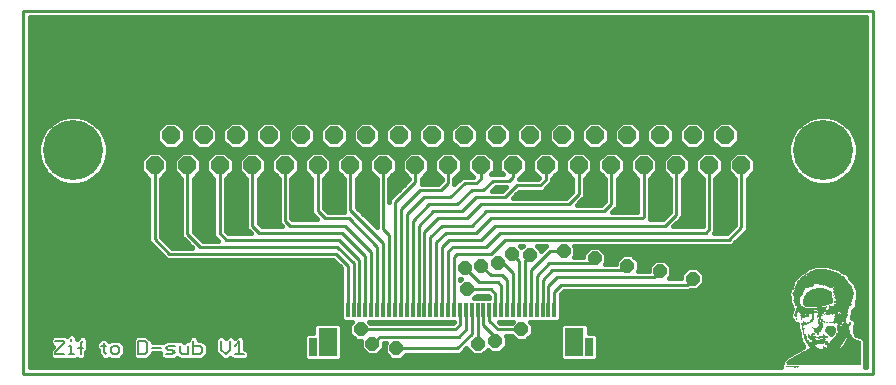
<source format=gtl>
G75*
%MOIN*%
%OFA0B0*%
%FSLAX25Y25*%
%IPPOS*%
%LPD*%
%AMOC8*
5,1,8,0,0,1.08239X$1,22.5*
%
%ADD10C,0.01000*%
%ADD11R,0.24700X0.00100*%
%ADD12R,0.00200X0.00100*%
%ADD13R,0.24300X0.00100*%
%ADD14R,0.24100X0.00100*%
%ADD15R,0.24500X0.00100*%
%ADD16R,0.00300X0.00100*%
%ADD17R,0.23900X0.00100*%
%ADD18R,0.00500X0.00100*%
%ADD19R,0.23500X0.00100*%
%ADD20R,0.23100X0.00100*%
%ADD21R,0.23700X0.00100*%
%ADD22R,0.22900X0.00100*%
%ADD23R,0.22500X0.00100*%
%ADD24R,0.00400X0.00100*%
%ADD25R,0.22300X0.00100*%
%ADD26R,0.22400X0.00100*%
%ADD27R,0.21800X0.00100*%
%ADD28R,0.22000X0.00100*%
%ADD29R,0.21600X0.00100*%
%ADD30R,0.21200X0.00100*%
%ADD31R,0.21400X0.00100*%
%ADD32R,0.21000X0.00100*%
%ADD33R,0.21300X0.00100*%
%ADD34R,0.20600X0.00100*%
%ADD35R,0.20800X0.00100*%
%ADD36R,0.00700X0.00100*%
%ADD37R,0.20000X0.00100*%
%ADD38R,0.00100X0.00100*%
%ADD39R,0.20100X0.00100*%
%ADD40R,0.19700X0.00100*%
%ADD41R,0.19300X0.00100*%
%ADD42R,0.19900X0.00100*%
%ADD43R,0.18900X0.00100*%
%ADD44R,0.19500X0.00100*%
%ADD45R,0.18500X0.00100*%
%ADD46R,0.17900X0.00100*%
%ADD47R,0.17700X0.00100*%
%ADD48R,0.17300X0.00100*%
%ADD49R,0.17200X0.00100*%
%ADD50R,0.17400X0.00100*%
%ADD51R,0.02600X0.00100*%
%ADD52R,0.01500X0.00100*%
%ADD53R,0.05400X0.00100*%
%ADD54R,0.06400X0.00100*%
%ADD55R,0.03000X0.00100*%
%ADD56R,0.05600X0.00100*%
%ADD57R,0.06600X0.00100*%
%ADD58R,0.01600X0.00100*%
%ADD59R,0.04000X0.00100*%
%ADD60R,0.01900X0.00100*%
%ADD61R,0.04200X0.00100*%
%ADD62R,0.03800X0.00100*%
%ADD63R,0.06200X0.00100*%
%ADD64R,0.01300X0.00100*%
%ADD65R,0.05800X0.00100*%
%ADD66R,0.01700X0.00100*%
%ADD67R,0.04100X0.00100*%
%ADD68R,0.06000X0.00100*%
%ADD69R,0.01100X0.00100*%
%ADD70R,0.04300X0.00100*%
%ADD71R,0.05900X0.00100*%
%ADD72R,0.05700X0.00100*%
%ADD73R,0.04600X0.00100*%
%ADD74R,0.04700X0.00100*%
%ADD75R,0.04400X0.00100*%
%ADD76R,0.05200X0.00100*%
%ADD77R,0.02100X0.00100*%
%ADD78R,0.04800X0.00100*%
%ADD79R,0.05500X0.00100*%
%ADD80R,0.05300X0.00100*%
%ADD81R,0.02700X0.00100*%
%ADD82R,0.02200X0.00100*%
%ADD83R,0.04900X0.00100*%
%ADD84R,0.05000X0.00100*%
%ADD85R,0.03200X0.00100*%
%ADD86R,0.02300X0.00100*%
%ADD87R,0.03900X0.00100*%
%ADD88R,0.05100X0.00100*%
%ADD89R,0.00900X0.00100*%
%ADD90R,0.00600X0.00100*%
%ADD91R,0.03700X0.00100*%
%ADD92R,0.00800X0.00100*%
%ADD93R,0.01000X0.00100*%
%ADD94R,0.03600X0.00100*%
%ADD95R,0.01200X0.00100*%
%ADD96R,0.03400X0.00100*%
%ADD97R,0.02800X0.00100*%
%ADD98R,0.02000X0.00100*%
%ADD99R,0.03100X0.00100*%
%ADD100R,0.02500X0.00100*%
%ADD101R,0.01400X0.00100*%
%ADD102R,0.03500X0.00100*%
%ADD103R,0.02900X0.00100*%
%ADD104R,0.02400X0.00100*%
%ADD105R,0.04500X0.00100*%
%ADD106R,0.10200X0.00100*%
%ADD107R,0.06300X0.00100*%
%ADD108R,0.06500X0.00100*%
%ADD109R,0.06100X0.00100*%
%ADD110R,0.09800X0.00100*%
%ADD111R,0.06800X0.00100*%
%ADD112R,0.03300X0.00100*%
%ADD113R,0.07400X0.00100*%
%ADD114R,0.07000X0.00100*%
%ADD115R,0.08200X0.00100*%
%ADD116R,0.07200X0.00100*%
%ADD117R,0.08000X0.00100*%
%ADD118R,0.07600X0.00100*%
%ADD119R,0.09900X0.00100*%
%ADD120R,0.09500X0.00100*%
%ADD121R,0.17100X0.00100*%
%ADD122R,0.16900X0.00100*%
%ADD123R,0.16400X0.00100*%
%ADD124R,0.16700X0.00100*%
%ADD125R,0.16300X0.00100*%
%ADD126R,0.16500X0.00100*%
%ADD127R,0.15600X0.00100*%
%ADD128R,0.16000X0.00100*%
%ADD129R,0.15200X0.00100*%
%ADD130R,0.15800X0.00100*%
%ADD131R,0.14700X0.00100*%
%ADD132R,0.15400X0.00100*%
%ADD133R,0.14600X0.00100*%
%ADD134R,0.15000X0.00100*%
%ADD135R,0.14400X0.00100*%
%ADD136R,0.14800X0.00100*%
%ADD137R,0.14200X0.00100*%
%ADD138R,0.13400X0.00100*%
%ADD139R,0.12600X0.00100*%
%ADD140R,0.12000X0.00100*%
%ADD141R,0.11400X0.00100*%
%ADD142R,0.10800X0.00100*%
%ADD143R,0.11200X0.00100*%
%ADD144R,0.10000X0.00100*%
%ADD145R,0.09200X0.00100*%
%ADD146R,0.09700X0.00100*%
%ADD147R,0.08800X0.00100*%
%ADD148R,0.09400X0.00100*%
%ADD149C,0.00000*%
%ADD150C,0.00600*%
%ADD151R,0.01181X0.04724*%
%ADD152R,0.06299X0.09449*%
%ADD153R,0.03150X0.06299*%
%ADD154OC8,0.06000*%
%ADD155C,0.20000*%
%ADD156OC8,0.04362*%
%ADD157C,0.01600*%
D10*
X0012870Y0054593D02*
X0012870Y0175853D01*
X0296335Y0175853D01*
X0296335Y0054593D01*
X0012870Y0054593D01*
X0056802Y0099637D02*
X0061689Y0094751D01*
X0117201Y0094751D01*
X0121138Y0090814D01*
X0121138Y0075971D01*
X0123106Y0075971D02*
X0123106Y0091601D01*
X0117594Y0097113D01*
X0071925Y0097113D01*
X0067702Y0101336D01*
X0067702Y0124239D01*
X0056802Y0124239D02*
X0056802Y0099637D01*
X0078502Y0101559D02*
X0078502Y0124239D01*
X0089402Y0124239D02*
X0089402Y0104045D01*
X0091610Y0101837D01*
X0119169Y0101837D01*
X0127043Y0093963D01*
X0127043Y0075971D01*
X0125075Y0075971D02*
X0125075Y0092585D01*
X0118382Y0099278D01*
X0118382Y0099475D01*
X0080587Y0099475D01*
X0078502Y0101559D01*
X0100302Y0105744D02*
X0100302Y0124239D01*
X0111102Y0124239D02*
X0111102Y0109117D01*
X0113657Y0106562D01*
X0121531Y0106562D01*
X0130980Y0097113D01*
X0130980Y0075971D01*
X0129012Y0075971D02*
X0129012Y0095341D01*
X0120154Y0104200D01*
X0101846Y0104200D01*
X0100302Y0105744D01*
X0122002Y0109437D02*
X0122002Y0124239D01*
X0132902Y0124239D02*
X0132902Y0103065D01*
X0134917Y0101050D01*
X0134917Y0075971D01*
X0132949Y0075971D02*
X0132949Y0098491D01*
X0122002Y0109437D01*
X0137083Y0112074D02*
X0136886Y0104003D01*
X0136886Y0075971D01*
X0138854Y0075971D02*
X0138854Y0109711D01*
X0145154Y0116011D01*
X0152240Y0116011D01*
X0154602Y0118373D01*
X0154602Y0124239D01*
X0160114Y0118373D02*
X0164051Y0118373D01*
X0165502Y0119824D01*
X0165502Y0124239D01*
X0169563Y0119160D02*
X0175075Y0119160D01*
X0176302Y0120388D01*
X0176302Y0124239D01*
X0177437Y0117585D02*
X0185311Y0117585D01*
X0187202Y0119477D01*
X0187202Y0124239D01*
X0177437Y0117585D02*
X0173500Y0113648D01*
X0164051Y0113648D01*
X0159327Y0108924D01*
X0149681Y0108924D01*
X0144760Y0104003D01*
X0144760Y0075971D01*
X0146728Y0075971D02*
X0146728Y0102034D01*
X0151256Y0106562D01*
X0160902Y0106562D01*
X0165626Y0111286D01*
X0194760Y0111286D01*
X0198102Y0114629D01*
X0198102Y0124239D01*
X0209002Y0124239D02*
X0209002Y0111356D01*
X0206571Y0108924D01*
X0167201Y0108924D01*
X0162476Y0104200D01*
X0152634Y0104200D01*
X0148697Y0100263D01*
X0148697Y0075971D01*
X0150665Y0075971D02*
X0150665Y0098688D01*
X0153815Y0101837D01*
X0164051Y0101837D01*
X0168776Y0106562D01*
X0219169Y0106562D01*
X0219802Y0107195D01*
X0219802Y0124239D01*
X0230702Y0124239D02*
X0230702Y0107859D01*
X0227043Y0104200D01*
X0170350Y0104200D01*
X0165626Y0099475D01*
X0154996Y0099475D01*
X0152634Y0097113D01*
X0152634Y0075971D01*
X0154602Y0075971D02*
X0154602Y0095538D01*
X0156177Y0097113D01*
X0167201Y0097113D01*
X0171925Y0101837D01*
X0240429Y0101837D01*
X0241602Y0103011D01*
X0241602Y0124239D01*
X0252402Y0124239D02*
X0252402Y0103574D01*
X0248303Y0099475D01*
X0173500Y0099475D01*
X0168776Y0094751D01*
X0157555Y0094751D01*
X0156571Y0093767D01*
X0156571Y0075971D01*
X0158539Y0075971D02*
X0158539Y0071129D01*
X0156965Y0069554D01*
X0125469Y0069554D01*
X0129406Y0064830D02*
X0131768Y0067192D01*
X0158146Y0067192D01*
X0160508Y0069554D01*
X0160508Y0075971D01*
X0162476Y0075971D02*
X0162476Y0067979D01*
X0157752Y0063255D01*
X0137280Y0063255D01*
X0140823Y0075971D02*
X0140823Y0107940D01*
X0146531Y0113648D01*
X0155390Y0113648D01*
X0160114Y0118373D01*
X0162476Y0116011D02*
X0166413Y0116011D01*
X0169563Y0119160D01*
X0162476Y0116011D02*
X0157752Y0111286D01*
X0148303Y0111286D01*
X0142791Y0105774D01*
X0142791Y0075971D01*
X0160902Y0082940D02*
X0168776Y0082940D01*
X0170350Y0081365D01*
X0170350Y0075971D01*
X0168382Y0075971D02*
X0168382Y0072310D01*
X0171138Y0069554D01*
X0179012Y0069554D01*
X0178224Y0075971D02*
X0178224Y0092389D01*
X0175862Y0094751D01*
X0172909Y0091601D02*
X0171138Y0091601D01*
X0172909Y0091601D02*
X0176256Y0088255D01*
X0176256Y0075971D01*
X0174287Y0075971D02*
X0174287Y0086089D01*
X0172713Y0087664D01*
X0168776Y0087664D01*
X0165626Y0090814D01*
X0164839Y0085302D02*
X0160114Y0090026D01*
X0164839Y0085302D02*
X0171138Y0085302D01*
X0172319Y0084121D01*
X0172319Y0075971D01*
X0166413Y0075971D02*
X0166413Y0071129D01*
X0170350Y0067192D01*
X0170350Y0065617D01*
X0164445Y0064830D02*
X0164445Y0075971D01*
X0180193Y0075971D02*
X0180193Y0092782D01*
X0181802Y0094392D01*
X0182161Y0089239D02*
X0188461Y0095538D01*
X0193185Y0095538D01*
X0188264Y0091601D02*
X0201846Y0091601D01*
X0203502Y0093257D01*
X0212870Y0089239D02*
X0214402Y0090771D01*
X0212870Y0089239D02*
X0189248Y0089239D01*
X0186098Y0086089D01*
X0186098Y0075971D01*
X0184130Y0075971D02*
X0184130Y0087467D01*
X0188264Y0091601D01*
X0190823Y0086877D02*
X0223106Y0086877D01*
X0225302Y0089073D01*
X0234130Y0084515D02*
X0236102Y0086487D01*
X0234130Y0084515D02*
X0192398Y0084515D01*
X0190035Y0082152D01*
X0190035Y0075971D01*
X0188067Y0075971D02*
X0188067Y0084121D01*
X0190823Y0086877D01*
X0182161Y0089239D02*
X0182161Y0075971D01*
X0143702Y0118693D02*
X0137083Y0112074D01*
X0143702Y0118693D02*
X0143702Y0124239D01*
D11*
X0279813Y0058450D03*
X0279813Y0058250D03*
X0279813Y0058150D03*
X0279813Y0058050D03*
X0279813Y0057950D03*
X0279813Y0057850D03*
X0279813Y0057750D03*
D12*
X0272163Y0061250D03*
X0270263Y0060250D03*
X0269663Y0059850D03*
X0269663Y0059750D03*
X0269063Y0059450D03*
X0267763Y0058550D03*
X0267563Y0058350D03*
X0274263Y0062350D03*
X0275263Y0063950D03*
X0275063Y0064150D03*
X0274863Y0064350D03*
X0274663Y0064550D03*
X0274463Y0064950D03*
X0274263Y0065150D03*
X0274063Y0065550D03*
X0274063Y0065650D03*
X0274263Y0066450D03*
X0274063Y0066650D03*
X0273663Y0066650D03*
X0273663Y0067050D03*
X0273163Y0068150D03*
X0273163Y0068250D03*
X0273163Y0068350D03*
X0273163Y0068450D03*
X0273163Y0068550D03*
X0273163Y0068650D03*
X0273163Y0068750D03*
X0273163Y0068850D03*
X0273163Y0068950D03*
X0273163Y0069050D03*
X0273163Y0069150D03*
X0272963Y0069750D03*
X0272963Y0069850D03*
X0272963Y0069950D03*
X0272763Y0070350D03*
X0272763Y0070450D03*
X0272763Y0070550D03*
X0272763Y0070650D03*
X0272863Y0070950D03*
X0272563Y0070950D03*
X0272563Y0071050D03*
X0272563Y0071350D03*
X0272563Y0073050D03*
X0272563Y0073150D03*
X0272363Y0074150D03*
X0272163Y0074750D03*
X0271963Y0075150D03*
X0270663Y0074450D03*
X0270663Y0074350D03*
X0270663Y0074150D03*
X0270263Y0074150D03*
X0270263Y0074350D03*
X0272163Y0077250D03*
X0272163Y0077350D03*
X0271963Y0077950D03*
X0271963Y0078950D03*
X0272163Y0080350D03*
X0272163Y0080450D03*
X0272363Y0080550D03*
X0272363Y0080650D03*
X0272563Y0081250D03*
X0269863Y0081650D03*
X0269663Y0081450D03*
X0269663Y0081250D03*
X0269863Y0080650D03*
X0269863Y0080550D03*
X0270063Y0078950D03*
X0270263Y0078250D03*
X0276163Y0073950D03*
X0276563Y0073950D03*
X0277563Y0075150D03*
X0277763Y0074950D03*
X0279263Y0074050D03*
X0279863Y0074950D03*
X0280963Y0076550D03*
X0281763Y0077050D03*
X0281763Y0077150D03*
X0281963Y0077350D03*
X0284463Y0074950D03*
X0284263Y0074750D03*
X0284063Y0074550D03*
X0284063Y0074450D03*
X0284063Y0074350D03*
X0284063Y0073950D03*
X0284863Y0074150D03*
X0285063Y0074350D03*
X0285063Y0074450D03*
X0285263Y0074650D03*
X0284663Y0075150D03*
X0287563Y0073550D03*
X0287563Y0073450D03*
X0287363Y0073150D03*
X0287363Y0073050D03*
X0288863Y0071750D03*
X0284463Y0071450D03*
X0281363Y0071550D03*
X0280963Y0071750D03*
X0280263Y0071750D03*
X0279463Y0072250D03*
X0279463Y0072350D03*
X0279463Y0070450D03*
X0279463Y0070150D03*
X0279263Y0069750D03*
X0279063Y0069550D03*
X0280063Y0067750D03*
X0280063Y0067450D03*
X0280263Y0065950D03*
X0280063Y0063450D03*
X0277363Y0063150D03*
X0277163Y0063350D03*
X0276963Y0063550D03*
X0277163Y0065850D03*
X0276963Y0066050D03*
X0276763Y0067850D03*
X0276763Y0067950D03*
X0276763Y0069150D03*
X0276363Y0069950D03*
X0275063Y0071550D03*
X0274963Y0067450D03*
X0274863Y0066850D03*
X0275063Y0066650D03*
X0275063Y0065450D03*
X0282963Y0066150D03*
X0284263Y0067850D03*
X0284463Y0068150D03*
X0286963Y0066450D03*
X0287163Y0066650D03*
X0286763Y0066050D03*
X0286763Y0065950D03*
X0286563Y0065550D03*
X0287163Y0065050D03*
X0287163Y0064950D03*
X0286963Y0064650D03*
X0286963Y0064550D03*
X0286563Y0063950D03*
X0285263Y0063350D03*
X0287363Y0065450D03*
X0287563Y0066050D03*
X0289263Y0066850D03*
X0289263Y0066950D03*
X0289463Y0066650D03*
X0289663Y0066450D03*
X0289863Y0066250D03*
X0289063Y0067350D03*
X0289063Y0077450D03*
X0289263Y0077650D03*
X0289263Y0077750D03*
X0289063Y0077950D03*
X0289063Y0078750D03*
X0289263Y0078950D03*
X0289463Y0079750D03*
X0289663Y0080150D03*
X0289663Y0080450D03*
X0289663Y0080950D03*
X0289663Y0081050D03*
X0289663Y0081450D03*
X0289463Y0082250D03*
X0289463Y0082350D03*
X0289263Y0083150D03*
X0289063Y0083750D03*
X0287363Y0085650D03*
X0287163Y0085850D03*
X0286963Y0086250D03*
X0286763Y0086650D03*
X0284263Y0088150D03*
X0282563Y0088850D03*
X0277163Y0089150D03*
X0275463Y0088650D03*
X0274863Y0088150D03*
X0274663Y0087950D03*
X0272363Y0086450D03*
X0272163Y0086050D03*
X0271963Y0085850D03*
X0270263Y0082950D03*
X0270063Y0082550D03*
X0276363Y0083850D03*
X0276563Y0084150D03*
X0280663Y0084050D03*
D13*
X0280013Y0058850D03*
X0280013Y0058350D03*
D14*
X0280113Y0058550D03*
X0280113Y0059050D03*
D15*
X0279913Y0058650D03*
D16*
X0281113Y0063150D03*
X0281113Y0063950D03*
X0280513Y0064550D03*
X0280313Y0065450D03*
X0280313Y0066050D03*
X0280313Y0066650D03*
X0280313Y0067250D03*
X0280313Y0067350D03*
X0280013Y0067550D03*
X0280013Y0067650D03*
X0281313Y0066750D03*
X0281313Y0065050D03*
X0280113Y0063350D03*
X0279213Y0066050D03*
X0276113Y0067050D03*
X0276113Y0067150D03*
X0276313Y0067850D03*
X0276313Y0067950D03*
X0274913Y0067150D03*
X0274913Y0067050D03*
X0274213Y0066050D03*
X0274213Y0065950D03*
X0273813Y0065950D03*
X0273813Y0066050D03*
X0273613Y0066450D03*
X0273413Y0067850D03*
X0273413Y0067950D03*
X0273213Y0068050D03*
X0273013Y0070050D03*
X0273413Y0071650D03*
X0273413Y0071750D03*
X0275113Y0071750D03*
X0275113Y0071650D03*
X0275513Y0071850D03*
X0275513Y0071950D03*
X0275713Y0072250D03*
X0275713Y0072350D03*
X0275913Y0072650D03*
X0275913Y0072750D03*
X0276313Y0072750D03*
X0276313Y0072650D03*
X0276113Y0072350D03*
X0276113Y0072250D03*
X0278213Y0071950D03*
X0278213Y0071850D03*
X0278213Y0071450D03*
X0278613Y0071850D03*
X0278613Y0071950D03*
X0278213Y0072650D03*
X0278013Y0073450D03*
X0278013Y0073550D03*
X0277513Y0075250D03*
X0280713Y0074550D03*
X0281513Y0076050D03*
X0281913Y0077250D03*
X0283613Y0077450D03*
X0283613Y0077550D03*
X0283813Y0077750D03*
X0283813Y0078750D03*
X0283813Y0079750D03*
X0283613Y0080150D03*
X0283413Y0080750D03*
X0283413Y0080850D03*
X0283213Y0081850D03*
X0281113Y0083950D03*
X0276313Y0083950D03*
X0273613Y0082950D03*
X0273613Y0082850D03*
X0273413Y0082450D03*
X0273213Y0082250D03*
X0273013Y0081850D03*
X0272813Y0081650D03*
X0270513Y0083350D03*
X0270713Y0083750D03*
X0270913Y0084350D03*
X0270913Y0084450D03*
X0271113Y0084950D03*
X0271113Y0085050D03*
X0271713Y0085650D03*
X0273013Y0086850D03*
X0273013Y0086950D03*
X0274013Y0087450D03*
X0274013Y0087550D03*
X0276113Y0088750D03*
X0285713Y0087350D03*
X0285713Y0087250D03*
X0285913Y0087150D03*
X0285913Y0087050D03*
X0287613Y0085450D03*
X0287813Y0085250D03*
X0288013Y0085050D03*
X0288013Y0084950D03*
X0288213Y0084850D03*
X0288213Y0084750D03*
X0288413Y0084650D03*
X0288413Y0084550D03*
X0288613Y0084450D03*
X0288613Y0084350D03*
X0288813Y0083950D03*
X0288413Y0077050D03*
X0288213Y0076650D03*
X0288013Y0076450D03*
X0288013Y0075250D03*
X0288013Y0075150D03*
X0287813Y0074950D03*
X0285313Y0074550D03*
X0284113Y0074650D03*
X0283813Y0073750D03*
X0283613Y0073550D03*
X0283413Y0072150D03*
X0283413Y0072050D03*
X0285913Y0071850D03*
X0286513Y0071250D03*
X0287413Y0071450D03*
X0287613Y0071250D03*
X0288613Y0071450D03*
X0288813Y0071650D03*
X0288413Y0070450D03*
X0288413Y0070350D03*
X0288413Y0068950D03*
X0288613Y0067950D03*
X0288813Y0067750D03*
X0290113Y0066050D03*
X0286713Y0064150D03*
X0286313Y0063550D03*
X0285713Y0063150D03*
X0285313Y0063250D03*
X0285513Y0063750D03*
X0285713Y0064150D03*
X0285913Y0064550D03*
X0286113Y0064950D03*
X0286313Y0065150D03*
X0283613Y0066650D03*
X0283413Y0066250D03*
X0283813Y0067050D03*
X0283813Y0067150D03*
X0284213Y0067950D03*
X0278813Y0069150D03*
X0278213Y0068750D03*
X0278013Y0070050D03*
X0278213Y0070250D03*
X0276513Y0069550D03*
X0276313Y0070050D03*
X0272613Y0073450D03*
X0272613Y0073550D03*
X0271113Y0075150D03*
X0270913Y0075050D03*
X0270913Y0074950D03*
X0270713Y0075150D03*
X0270513Y0075050D03*
X0270513Y0074950D03*
X0270313Y0074450D03*
X0270713Y0075450D03*
X0270713Y0077250D03*
X0270513Y0077650D03*
X0270313Y0078350D03*
X0273013Y0076650D03*
X0275513Y0063750D03*
X0274213Y0062250D03*
X0270913Y0060650D03*
X0269013Y0059350D03*
X0268013Y0058750D03*
D17*
X0280213Y0058750D03*
D18*
X0280213Y0063050D03*
X0280213Y0063150D03*
X0280813Y0064350D03*
X0278913Y0065850D03*
X0277513Y0064550D03*
X0275413Y0062950D03*
X0274513Y0062450D03*
X0273313Y0061950D03*
X0273313Y0061850D03*
X0272913Y0061650D03*
X0271213Y0060850D03*
X0270613Y0060450D03*
X0269313Y0059550D03*
X0268713Y0059150D03*
X0268313Y0058950D03*
X0273513Y0067250D03*
X0273513Y0067350D03*
X0273513Y0067450D03*
X0273513Y0067550D03*
X0273513Y0067650D03*
X0273513Y0067750D03*
X0275013Y0067250D03*
X0276013Y0067250D03*
X0276013Y0067350D03*
X0276013Y0067450D03*
X0276013Y0067550D03*
X0277813Y0068350D03*
X0278513Y0068950D03*
X0280413Y0067150D03*
X0280413Y0067050D03*
X0283113Y0066050D03*
X0284113Y0067250D03*
X0284113Y0067350D03*
X0285813Y0070450D03*
X0286913Y0071450D03*
X0287013Y0072050D03*
X0288513Y0071350D03*
X0288513Y0071250D03*
X0288513Y0071150D03*
X0288713Y0071550D03*
X0283113Y0071850D03*
X0283113Y0071950D03*
X0278313Y0072050D03*
X0278313Y0072150D03*
X0278313Y0072250D03*
X0278313Y0072350D03*
X0278313Y0072450D03*
X0278313Y0072550D03*
X0278313Y0071650D03*
X0276213Y0072850D03*
X0276013Y0072550D03*
X0276013Y0072450D03*
X0275813Y0072050D03*
X0274613Y0071550D03*
X0274513Y0071350D03*
X0273513Y0071350D03*
X0273513Y0071450D03*
X0273513Y0071550D03*
X0273313Y0071050D03*
X0273313Y0070950D03*
X0272913Y0070850D03*
X0272913Y0070750D03*
X0273113Y0069650D03*
X0273113Y0069550D03*
X0272713Y0073350D03*
X0273113Y0073450D03*
X0273113Y0073550D03*
X0273713Y0073950D03*
X0273713Y0074550D03*
X0273313Y0076450D03*
X0270813Y0075350D03*
X0270613Y0074850D03*
X0270613Y0073950D03*
X0270613Y0073850D03*
X0276413Y0074550D03*
X0283313Y0076850D03*
X0283313Y0076950D03*
X0283713Y0078450D03*
X0283713Y0078550D03*
X0288713Y0077250D03*
X0281413Y0083750D03*
X0280813Y0084150D03*
X0276413Y0084050D03*
X0276013Y0084150D03*
X0275613Y0083950D03*
X0273913Y0083350D03*
X0273913Y0083250D03*
X0271413Y0085450D03*
X0273313Y0087050D03*
X0273313Y0087150D03*
X0273713Y0087250D03*
X0273713Y0087350D03*
X0285413Y0087450D03*
X0285413Y0087550D03*
X0291913Y0065450D03*
X0286013Y0063350D03*
X0285413Y0062750D03*
D19*
X0280413Y0058950D03*
D20*
X0280613Y0059150D03*
D21*
X0280313Y0059250D03*
D22*
X0280713Y0059350D03*
X0280713Y0059450D03*
D23*
X0280913Y0059550D03*
X0280913Y0059650D03*
D24*
X0279763Y0062950D03*
X0280163Y0063250D03*
X0280163Y0064950D03*
X0277063Y0064350D03*
X0274863Y0064950D03*
X0274163Y0065750D03*
X0274163Y0065850D03*
X0273763Y0066850D03*
X0273763Y0066950D03*
X0273563Y0067150D03*
X0274963Y0067350D03*
X0273063Y0069250D03*
X0273063Y0069350D03*
X0273063Y0069450D03*
X0276463Y0069650D03*
X0277663Y0069850D03*
X0277863Y0068250D03*
X0274963Y0062750D03*
X0274563Y0062550D03*
X0272463Y0061450D03*
X0269963Y0060050D03*
X0269363Y0059650D03*
X0287463Y0066850D03*
X0284563Y0073950D03*
X0284163Y0074150D03*
X0284163Y0074250D03*
X0279563Y0074750D03*
X0279163Y0074150D03*
X0279363Y0072550D03*
X0279363Y0072450D03*
X0276263Y0072950D03*
X0276263Y0073050D03*
X0276263Y0073150D03*
X0276263Y0073250D03*
X0276263Y0073350D03*
X0276263Y0073450D03*
X0276263Y0073550D03*
X0276263Y0073650D03*
X0276263Y0073750D03*
X0276863Y0075150D03*
X0272663Y0073250D03*
X0270563Y0074550D03*
X0270563Y0074650D03*
X0270563Y0074750D03*
X0281463Y0083650D03*
X0284563Y0087950D03*
X0284963Y0087750D03*
X0275163Y0088350D03*
X0274363Y0087750D03*
X0272663Y0086650D03*
D25*
X0281013Y0059850D03*
X0281013Y0059750D03*
D26*
X0280963Y0059950D03*
D27*
X0281263Y0060050D03*
X0281263Y0060350D03*
D28*
X0281163Y0060150D03*
D29*
X0281363Y0060250D03*
D30*
X0281563Y0060450D03*
D31*
X0281463Y0060550D03*
D32*
X0281663Y0060650D03*
D33*
X0281513Y0060750D03*
D34*
X0281863Y0060850D03*
D35*
X0281763Y0060950D03*
D36*
X0280713Y0062950D03*
X0277813Y0062950D03*
X0276513Y0066250D03*
X0275513Y0067050D03*
X0275513Y0067150D03*
X0276313Y0067650D03*
X0276313Y0067750D03*
X0276713Y0068050D03*
X0276713Y0068150D03*
X0277813Y0067850D03*
X0276513Y0069750D03*
X0273813Y0071250D03*
X0272813Y0073750D03*
X0271513Y0075350D03*
X0270913Y0075250D03*
X0272613Y0076850D03*
X0276313Y0074450D03*
X0278613Y0073550D03*
X0278613Y0073450D03*
X0278813Y0072650D03*
X0279013Y0071650D03*
X0279713Y0072050D03*
X0280313Y0075350D03*
X0286313Y0072050D03*
X0290513Y0065850D03*
X0274813Y0065150D03*
X0274513Y0065450D03*
X0273813Y0062150D03*
X0273813Y0062050D03*
X0271713Y0061050D03*
X0275113Y0083750D03*
X0275713Y0088550D03*
X0280713Y0089150D03*
X0282413Y0088750D03*
X0283013Y0088550D03*
X0286313Y0086950D03*
X0286313Y0086850D03*
D37*
X0282163Y0061050D03*
D38*
X0280213Y0062950D03*
X0280013Y0063550D03*
X0280713Y0064250D03*
X0278813Y0065950D03*
X0278313Y0066650D03*
X0276813Y0067050D03*
X0275013Y0067550D03*
X0273913Y0066450D03*
X0272913Y0070150D03*
X0272813Y0070250D03*
X0272913Y0071050D03*
X0273313Y0071850D03*
X0273313Y0071950D03*
X0272713Y0072650D03*
X0272613Y0072950D03*
X0271013Y0072950D03*
X0271013Y0072850D03*
X0275513Y0071750D03*
X0279413Y0071950D03*
X0280113Y0071950D03*
X0280213Y0071850D03*
X0280913Y0074250D03*
X0280413Y0074450D03*
X0282013Y0074250D03*
X0282813Y0074450D03*
X0280813Y0076850D03*
X0280813Y0076950D03*
X0283813Y0079650D03*
X0280013Y0084150D03*
X0280013Y0084250D03*
X0278613Y0084250D03*
X0283213Y0088650D03*
X0283713Y0071550D03*
X0283713Y0071450D03*
X0283713Y0071350D03*
X0281213Y0066650D03*
X0277613Y0064450D03*
X0277213Y0064250D03*
X0271513Y0061150D03*
X0290713Y0065950D03*
D39*
X0282113Y0061350D03*
X0282113Y0061150D03*
D40*
X0282313Y0061250D03*
D41*
X0282513Y0061450D03*
D42*
X0282213Y0061550D03*
D43*
X0282713Y0061650D03*
D44*
X0282413Y0061750D03*
D45*
X0282913Y0061850D03*
X0282913Y0061950D03*
D46*
X0283213Y0062050D03*
X0283213Y0062150D03*
D47*
X0283313Y0062250D03*
X0283313Y0062350D03*
D48*
X0283513Y0062450D03*
D49*
X0283563Y0062550D03*
D50*
X0283463Y0062650D03*
D51*
X0288763Y0065850D03*
X0287263Y0070550D03*
X0284763Y0071950D03*
X0286663Y0075050D03*
X0277763Y0069450D03*
X0276663Y0062750D03*
X0272063Y0076250D03*
D52*
X0271513Y0077050D03*
X0271313Y0077450D03*
X0271313Y0077550D03*
X0271113Y0078050D03*
X0271113Y0078150D03*
X0278613Y0074650D03*
X0278613Y0074550D03*
X0278613Y0074450D03*
X0278613Y0074350D03*
X0278613Y0074250D03*
X0280313Y0076650D03*
X0280313Y0076750D03*
X0285013Y0071550D03*
X0288413Y0066650D03*
X0279413Y0065750D03*
X0278013Y0065650D03*
X0276113Y0064150D03*
X0275913Y0064350D03*
X0278813Y0062750D03*
X0277613Y0068650D03*
X0278213Y0069750D03*
X0278613Y0069950D03*
X0282413Y0083450D03*
D53*
X0286663Y0079550D03*
X0286663Y0079450D03*
X0286663Y0079350D03*
X0286663Y0079250D03*
X0286663Y0079150D03*
X0286663Y0079050D03*
X0274663Y0075350D03*
X0273763Y0084550D03*
X0277263Y0064850D03*
X0282363Y0062750D03*
X0289463Y0063950D03*
D54*
X0288963Y0063250D03*
X0288963Y0062750D03*
X0284663Y0076150D03*
X0284863Y0076350D03*
X0286363Y0081750D03*
X0286163Y0082550D03*
X0279363Y0088550D03*
D55*
X0271463Y0082250D03*
X0279163Y0076550D03*
X0287063Y0070950D03*
X0285363Y0066650D03*
X0284963Y0066050D03*
X0276663Y0062850D03*
X0276063Y0064750D03*
D56*
X0282363Y0062850D03*
X0289363Y0063550D03*
X0286363Y0078650D03*
X0286563Y0078850D03*
D57*
X0284963Y0076750D03*
X0288863Y0063050D03*
X0288863Y0062950D03*
X0288863Y0062850D03*
D58*
X0278463Y0069650D03*
X0277763Y0069150D03*
X0278863Y0074950D03*
X0271463Y0077150D03*
X0282363Y0083550D03*
X0276363Y0063150D03*
X0276563Y0062950D03*
D59*
X0278063Y0065450D03*
X0283063Y0063250D03*
X0283163Y0062950D03*
X0283263Y0063750D03*
X0284063Y0065150D03*
X0286563Y0068350D03*
X0286563Y0068450D03*
X0286563Y0068550D03*
X0286563Y0068650D03*
X0286563Y0068750D03*
X0286563Y0068850D03*
X0286563Y0069050D03*
X0279063Y0089250D03*
D60*
X0277613Y0084550D03*
X0270913Y0080350D03*
X0278613Y0076450D03*
X0277813Y0068850D03*
X0275913Y0066550D03*
X0276113Y0066150D03*
X0275913Y0064050D03*
X0276513Y0063250D03*
X0276513Y0063050D03*
X0288613Y0066750D03*
D61*
X0289563Y0065550D03*
X0286463Y0067750D03*
X0286463Y0068250D03*
X0284163Y0065550D03*
X0284163Y0065050D03*
X0283463Y0063950D03*
X0283063Y0063050D03*
X0278163Y0065250D03*
X0274563Y0074750D03*
X0275563Y0076250D03*
X0282663Y0075250D03*
D62*
X0282463Y0075150D03*
X0285463Y0073450D03*
X0286463Y0067950D03*
X0285363Y0066750D03*
X0285163Y0066350D03*
X0284763Y0065850D03*
X0284763Y0065750D03*
X0283963Y0064950D03*
X0283163Y0063350D03*
X0283263Y0063150D03*
X0289563Y0065450D03*
D63*
X0289063Y0063150D03*
X0284763Y0076250D03*
X0286363Y0080950D03*
X0286363Y0081050D03*
X0286163Y0082250D03*
X0286163Y0083250D03*
D64*
X0282313Y0076950D03*
X0282313Y0076850D03*
X0281413Y0074450D03*
X0281413Y0074350D03*
X0278513Y0074750D03*
X0278713Y0071750D03*
X0278713Y0071550D03*
X0278713Y0071350D03*
X0278913Y0070350D03*
X0278713Y0069850D03*
X0277513Y0068950D03*
X0277513Y0066650D03*
X0276013Y0066650D03*
X0275413Y0066950D03*
X0279513Y0065650D03*
X0276213Y0063950D03*
X0276213Y0063350D03*
X0285213Y0071150D03*
X0285113Y0071650D03*
X0272913Y0074250D03*
X0272913Y0074350D03*
X0272913Y0074450D03*
X0271413Y0077650D03*
X0271013Y0077950D03*
X0271213Y0078250D03*
X0271213Y0078350D03*
X0271013Y0078950D03*
D65*
X0273663Y0075950D03*
X0286463Y0080450D03*
X0286663Y0080050D03*
X0286663Y0079950D03*
X0286663Y0079850D03*
X0279163Y0089050D03*
X0289263Y0063350D03*
D66*
X0288513Y0066450D03*
X0281213Y0064750D03*
X0276413Y0063450D03*
X0276213Y0063650D03*
X0276013Y0063850D03*
X0276013Y0066350D03*
X0276013Y0066450D03*
X0273313Y0071150D03*
X0273313Y0073650D03*
X0271213Y0077750D03*
X0271213Y0077850D03*
X0271013Y0078450D03*
X0271013Y0078550D03*
X0271013Y0078650D03*
X0271013Y0078750D03*
D67*
X0282613Y0075050D03*
X0285613Y0073650D03*
X0278113Y0065550D03*
X0283313Y0063550D03*
X0283313Y0063450D03*
D68*
X0289163Y0063450D03*
X0286563Y0080550D03*
X0286563Y0080650D03*
X0279063Y0088850D03*
D69*
X0281513Y0088950D03*
X0282613Y0077150D03*
X0282613Y0077050D03*
X0283413Y0074750D03*
X0285213Y0071450D03*
X0288413Y0066850D03*
X0279813Y0066550D03*
X0276713Y0066850D03*
X0276713Y0066950D03*
X0276613Y0065650D03*
X0276313Y0063750D03*
X0276113Y0063550D03*
X0277413Y0068750D03*
X0278613Y0070150D03*
X0278813Y0070050D03*
X0279013Y0070250D03*
X0278813Y0070550D03*
X0278813Y0070650D03*
X0278813Y0070750D03*
X0278813Y0070850D03*
X0278813Y0070950D03*
X0278813Y0071050D03*
X0278813Y0071150D03*
X0278813Y0071250D03*
X0278613Y0072750D03*
X0278413Y0073650D03*
X0278413Y0073750D03*
X0278413Y0073850D03*
X0278413Y0073950D03*
X0278413Y0074050D03*
X0275513Y0074550D03*
X0272813Y0074550D03*
D70*
X0274313Y0075150D03*
X0283813Y0071750D03*
X0286413Y0068050D03*
X0286613Y0067850D03*
X0286613Y0067350D03*
X0283413Y0063650D03*
D71*
X0289213Y0063650D03*
X0273713Y0075550D03*
X0273713Y0075650D03*
X0273713Y0075750D03*
X0273713Y0075850D03*
X0273713Y0084250D03*
X0286013Y0083150D03*
X0286213Y0083450D03*
X0286213Y0083550D03*
X0286613Y0080850D03*
X0286613Y0080750D03*
D72*
X0273613Y0076050D03*
X0277613Y0066750D03*
X0283213Y0064650D03*
X0289313Y0064050D03*
X0289313Y0063850D03*
X0289313Y0063750D03*
D73*
X0286663Y0067450D03*
X0286663Y0067550D03*
X0286663Y0067650D03*
X0283463Y0064350D03*
X0283263Y0063850D03*
X0274363Y0074850D03*
X0274363Y0074950D03*
X0274363Y0075050D03*
X0285863Y0077050D03*
X0285963Y0076850D03*
D74*
X0286413Y0078750D03*
X0282313Y0075450D03*
X0286813Y0067250D03*
X0289813Y0065050D03*
X0283413Y0064050D03*
D75*
X0283263Y0064150D03*
X0284263Y0065250D03*
X0284263Y0065350D03*
X0284263Y0065450D03*
X0278263Y0065350D03*
D76*
X0278663Y0065150D03*
X0289563Y0064150D03*
X0274463Y0075250D03*
X0286563Y0077850D03*
D77*
X0286613Y0074650D03*
X0286613Y0074550D03*
X0278913Y0075150D03*
X0278913Y0075250D03*
X0271013Y0078850D03*
X0271013Y0079050D03*
X0271013Y0079150D03*
X0271013Y0079250D03*
X0271013Y0079350D03*
X0271013Y0079450D03*
X0271013Y0079550D03*
X0271013Y0079650D03*
X0271013Y0079750D03*
X0271013Y0079850D03*
X0271013Y0079950D03*
X0271013Y0080050D03*
X0271013Y0080150D03*
X0271013Y0080250D03*
X0271113Y0080650D03*
X0279113Y0066950D03*
X0279113Y0066850D03*
X0275813Y0064250D03*
X0288713Y0066550D03*
D78*
X0289763Y0064950D03*
X0283363Y0064250D03*
X0286063Y0076950D03*
X0285963Y0077250D03*
X0286363Y0077950D03*
X0272963Y0083650D03*
D79*
X0273913Y0084350D03*
X0273913Y0084450D03*
X0279113Y0088750D03*
X0286613Y0080150D03*
X0286713Y0079650D03*
X0286313Y0077350D03*
X0283213Y0064450D03*
X0289413Y0064250D03*
D80*
X0289513Y0064350D03*
X0289513Y0064450D03*
X0286413Y0066950D03*
X0286513Y0077550D03*
X0286313Y0077650D03*
X0273213Y0083850D03*
D81*
X0271313Y0081450D03*
X0271113Y0081050D03*
X0271113Y0080950D03*
X0271113Y0080850D03*
X0271113Y0080750D03*
X0279213Y0076250D03*
X0279213Y0076050D03*
X0273613Y0074050D03*
X0275913Y0064450D03*
X0288813Y0066150D03*
X0286313Y0073950D03*
D82*
X0286463Y0074950D03*
X0284763Y0072050D03*
X0284563Y0071850D03*
X0281663Y0074750D03*
X0278763Y0075350D03*
X0278763Y0075450D03*
X0271863Y0076450D03*
X0279563Y0084350D03*
X0276063Y0064550D03*
D83*
X0278613Y0065050D03*
X0283213Y0064550D03*
X0289713Y0065150D03*
X0289713Y0065250D03*
X0289713Y0065350D03*
X0286313Y0077450D03*
X0286513Y0077750D03*
X0286513Y0078450D03*
X0286513Y0078550D03*
X0273213Y0084150D03*
D84*
X0286063Y0077150D03*
X0286463Y0078050D03*
X0286463Y0078150D03*
X0286463Y0078250D03*
X0286463Y0078350D03*
X0286463Y0078950D03*
X0289663Y0064650D03*
X0289663Y0064550D03*
D85*
X0289063Y0065650D03*
X0285263Y0066250D03*
X0276163Y0064650D03*
X0271563Y0082450D03*
X0271963Y0082550D03*
X0271763Y0082850D03*
X0271963Y0083250D03*
X0278863Y0089350D03*
D86*
X0271913Y0076750D03*
X0278813Y0075050D03*
X0277813Y0069350D03*
X0277813Y0069250D03*
X0277813Y0069050D03*
X0278813Y0064750D03*
X0288813Y0066350D03*
X0286513Y0074350D03*
X0286513Y0074750D03*
X0286513Y0074850D03*
X0286713Y0075350D03*
D87*
X0285713Y0073850D03*
X0285513Y0073350D03*
X0285513Y0073250D03*
X0282513Y0074850D03*
X0282713Y0075350D03*
X0286613Y0068150D03*
X0284113Y0064850D03*
X0284113Y0064750D03*
D88*
X0286613Y0067050D03*
X0286613Y0067150D03*
X0289613Y0064850D03*
X0289613Y0064750D03*
X0286613Y0079750D03*
X0273313Y0084050D03*
D89*
X0276613Y0088950D03*
X0283713Y0088350D03*
X0280113Y0076450D03*
X0281013Y0075850D03*
X0281413Y0074550D03*
X0282513Y0074550D03*
X0278513Y0073350D03*
X0278513Y0073250D03*
X0278513Y0073150D03*
X0278513Y0073050D03*
X0278513Y0072950D03*
X0278513Y0072850D03*
X0278313Y0074150D03*
X0278913Y0071450D03*
X0278713Y0070450D03*
X0278913Y0066650D03*
X0278113Y0066550D03*
X0278113Y0066450D03*
X0278113Y0066350D03*
X0279713Y0065850D03*
X0280813Y0065250D03*
X0281013Y0064950D03*
X0280813Y0064850D03*
X0280813Y0066850D03*
X0280813Y0066950D03*
X0275613Y0066850D03*
X0275613Y0066250D03*
X0275613Y0065050D03*
X0275613Y0064950D03*
X0273913Y0066350D03*
X0272913Y0071250D03*
X0273713Y0073750D03*
X0273113Y0074150D03*
X0272913Y0073950D03*
X0271413Y0075450D03*
X0285013Y0071050D03*
X0285013Y0070950D03*
X0285013Y0070450D03*
X0286013Y0071050D03*
X0288113Y0071050D03*
X0291213Y0065650D03*
D90*
X0287063Y0071250D03*
X0286963Y0071650D03*
X0286963Y0071750D03*
X0286963Y0071850D03*
X0286963Y0071950D03*
X0285063Y0075350D03*
X0279663Y0072150D03*
X0277163Y0069650D03*
X0277163Y0069550D03*
X0276563Y0069850D03*
X0277163Y0068350D03*
X0277163Y0068250D03*
X0277763Y0068150D03*
X0277763Y0068050D03*
X0277763Y0067950D03*
X0276363Y0066050D03*
X0274663Y0065650D03*
X0274063Y0066150D03*
X0274063Y0066250D03*
X0273863Y0066750D03*
X0274563Y0071450D03*
X0275863Y0072150D03*
X0276363Y0073850D03*
X0276363Y0074050D03*
X0276363Y0074150D03*
X0276363Y0074250D03*
X0276363Y0074350D03*
X0276963Y0075450D03*
X0272563Y0076950D03*
X0270463Y0074250D03*
X0270463Y0074050D03*
X0279763Y0066650D03*
X0279763Y0066050D03*
X0281763Y0064850D03*
X0274463Y0083450D03*
X0274463Y0083550D03*
D91*
X0272813Y0083750D03*
X0279013Y0088950D03*
X0285813Y0074050D03*
X0285413Y0072950D03*
X0285413Y0072850D03*
X0285413Y0072750D03*
X0285413Y0072650D03*
X0285413Y0072550D03*
X0285413Y0072450D03*
X0285413Y0072350D03*
X0285413Y0072250D03*
X0286413Y0070250D03*
X0286413Y0070150D03*
X0286413Y0070050D03*
X0286413Y0069950D03*
X0286413Y0069850D03*
X0286413Y0069750D03*
X0286413Y0069650D03*
X0286413Y0069550D03*
X0286413Y0069450D03*
X0286413Y0069350D03*
X0286413Y0069250D03*
X0286413Y0069150D03*
X0285413Y0066550D03*
X0284713Y0065950D03*
X0278013Y0064950D03*
D92*
X0276463Y0065850D03*
X0274663Y0065550D03*
X0274663Y0065050D03*
X0273963Y0066550D03*
X0279763Y0066450D03*
X0279763Y0066350D03*
X0279763Y0066250D03*
X0282463Y0065650D03*
X0287063Y0071550D03*
X0274563Y0073950D03*
X0274463Y0074550D03*
D93*
X0274463Y0074450D03*
X0274463Y0074350D03*
X0274463Y0074250D03*
X0274463Y0074150D03*
X0277163Y0075950D03*
X0277163Y0076050D03*
X0271463Y0077250D03*
X0285063Y0070850D03*
X0285063Y0070750D03*
X0285063Y0070650D03*
X0285063Y0070550D03*
X0287063Y0071050D03*
X0279563Y0065950D03*
X0274663Y0065350D03*
X0274663Y0065250D03*
D94*
X0284863Y0065650D03*
X0285063Y0066150D03*
X0286363Y0068950D03*
X0286363Y0070350D03*
X0285463Y0072150D03*
X0285363Y0073050D03*
X0285363Y0073150D03*
X0285863Y0073750D03*
X0282363Y0074950D03*
X0272263Y0083450D03*
D95*
X0285163Y0071250D03*
X0287063Y0071350D03*
X0279763Y0066150D03*
X0276663Y0065950D03*
X0276663Y0065750D03*
X0277463Y0068450D03*
X0277463Y0068550D03*
X0278163Y0069550D03*
D96*
X0285463Y0066850D03*
X0289163Y0065750D03*
X0271663Y0082350D03*
X0271863Y0082650D03*
X0271863Y0082750D03*
X0272063Y0083050D03*
X0272063Y0083150D03*
X0272263Y0083550D03*
D97*
X0272163Y0083350D03*
X0271963Y0082950D03*
X0271363Y0081850D03*
X0272163Y0076550D03*
X0272163Y0076350D03*
X0279063Y0075850D03*
X0279163Y0075950D03*
X0282963Y0071650D03*
X0288863Y0065950D03*
D98*
X0288863Y0066050D03*
X0288663Y0066250D03*
X0287163Y0070450D03*
X0278863Y0074850D03*
X0271763Y0076650D03*
X0270963Y0080450D03*
X0271163Y0080550D03*
D99*
X0271113Y0081150D03*
X0271113Y0081350D03*
X0271513Y0081950D03*
X0271513Y0082050D03*
X0278813Y0089450D03*
X0286313Y0075450D03*
X0285113Y0066450D03*
D100*
X0287313Y0070650D03*
X0287313Y0070750D03*
X0287313Y0070850D03*
X0286413Y0074150D03*
X0273713Y0073850D03*
X0271113Y0081250D03*
D101*
X0271263Y0077350D03*
X0271463Y0076950D03*
X0271463Y0076850D03*
X0285063Y0071350D03*
X0287063Y0071150D03*
D102*
X0285613Y0073550D03*
D103*
X0286213Y0074250D03*
X0279113Y0076350D03*
X0278813Y0089150D03*
D104*
X0271363Y0081650D03*
X0281763Y0074650D03*
X0286463Y0074450D03*
X0286563Y0075150D03*
X0286563Y0075250D03*
D105*
X0274413Y0074650D03*
X0274213Y0075450D03*
X0273013Y0083950D03*
D106*
X0279663Y0087850D03*
X0282763Y0075750D03*
X0282763Y0075650D03*
X0282763Y0075550D03*
D107*
X0284713Y0075850D03*
X0284813Y0076650D03*
X0286613Y0080250D03*
X0286613Y0080350D03*
X0286413Y0081650D03*
X0286213Y0082450D03*
X0286213Y0082650D03*
X0286213Y0082750D03*
X0286213Y0082850D03*
X0286213Y0082950D03*
X0286213Y0083050D03*
D108*
X0286313Y0082150D03*
X0286313Y0082050D03*
X0286313Y0081950D03*
X0286513Y0081550D03*
X0286513Y0081350D03*
X0286513Y0081250D03*
X0286513Y0081150D03*
X0284613Y0075950D03*
D109*
X0284813Y0076050D03*
X0284713Y0076450D03*
X0286313Y0081450D03*
X0286513Y0081850D03*
X0286113Y0082350D03*
X0286113Y0083350D03*
D110*
X0275663Y0076150D03*
D111*
X0284863Y0076550D03*
X0279363Y0088650D03*
D112*
X0271613Y0082150D03*
X0271413Y0081750D03*
X0271213Y0081550D03*
D113*
X0285463Y0083650D03*
D114*
X0285263Y0083750D03*
D115*
X0285063Y0083850D03*
X0284663Y0084250D03*
D116*
X0284963Y0083950D03*
D117*
X0284963Y0084050D03*
X0279363Y0088450D03*
D118*
X0279363Y0088350D03*
X0284563Y0084350D03*
X0284963Y0084150D03*
D119*
X0283413Y0084450D03*
D120*
X0283413Y0084550D03*
D121*
X0279613Y0084650D03*
D122*
X0279513Y0084750D03*
X0279513Y0084850D03*
D123*
X0279563Y0084950D03*
X0279563Y0085050D03*
D124*
X0279613Y0085150D03*
D125*
X0279413Y0085250D03*
D126*
X0279513Y0085350D03*
D127*
X0279563Y0085450D03*
D128*
X0279563Y0085550D03*
D129*
X0279563Y0085650D03*
D130*
X0279563Y0085750D03*
D131*
X0279513Y0085850D03*
D132*
X0279563Y0085950D03*
D133*
X0279763Y0086050D03*
X0279563Y0086550D03*
D134*
X0279563Y0086150D03*
D135*
X0279463Y0086250D03*
X0279663Y0086750D03*
D136*
X0279663Y0086350D03*
D137*
X0279763Y0086450D03*
D138*
X0279763Y0086650D03*
D139*
X0279563Y0086850D03*
X0279563Y0086950D03*
D140*
X0279663Y0087050D03*
X0279663Y0087150D03*
D141*
X0279763Y0087250D03*
X0279763Y0087350D03*
D142*
X0279663Y0087450D03*
X0279663Y0087550D03*
D143*
X0279663Y0087650D03*
D144*
X0279663Y0087750D03*
D145*
X0279563Y0087950D03*
D146*
X0279513Y0088050D03*
D147*
X0279563Y0088150D03*
D148*
X0279563Y0088250D03*
D149*
X0271119Y0057383D02*
X0271153Y0057350D01*
X0271153Y0057283D01*
X0271119Y0057250D01*
X0271019Y0057250D01*
X0270969Y0057250D02*
X0270969Y0057350D01*
X0270935Y0057383D01*
X0270902Y0057350D01*
X0270902Y0057250D01*
X0270835Y0057250D02*
X0270835Y0057383D01*
X0270868Y0057383D01*
X0270902Y0057350D01*
X0270784Y0057350D02*
X0270751Y0057383D01*
X0270651Y0057383D01*
X0270651Y0057450D02*
X0270651Y0057250D01*
X0270751Y0057250D01*
X0270784Y0057283D01*
X0270784Y0057350D01*
X0270592Y0057283D02*
X0270592Y0057250D01*
X0270559Y0057250D01*
X0270559Y0057283D01*
X0270592Y0057283D01*
X0270508Y0057250D02*
X0270375Y0057250D01*
X0270508Y0057383D01*
X0270508Y0057417D01*
X0270475Y0057450D01*
X0270408Y0057450D01*
X0270375Y0057417D01*
X0270324Y0057450D02*
X0270324Y0057250D01*
X0270224Y0057250D01*
X0270191Y0057283D01*
X0270191Y0057350D01*
X0270224Y0057383D01*
X0270324Y0057383D01*
X0270140Y0057383D02*
X0270040Y0057383D01*
X0270006Y0057350D01*
X0270006Y0057283D01*
X0270040Y0057250D01*
X0270140Y0057250D01*
X0270140Y0057217D02*
X0270140Y0057383D01*
X0270140Y0057217D02*
X0270106Y0057183D01*
X0270073Y0057183D01*
X0269950Y0057250D02*
X0269884Y0057250D01*
X0269917Y0057250D02*
X0269917Y0057383D01*
X0269884Y0057383D01*
X0269833Y0057350D02*
X0269800Y0057383D01*
X0269699Y0057383D01*
X0269699Y0057450D02*
X0269699Y0057250D01*
X0269800Y0057250D01*
X0269833Y0057283D01*
X0269833Y0057350D01*
X0269917Y0057450D02*
X0269917Y0057484D01*
X0269649Y0057450D02*
X0269515Y0057250D01*
X0269465Y0057283D02*
X0269431Y0057250D01*
X0269365Y0057250D01*
X0269331Y0057283D01*
X0269465Y0057417D01*
X0269465Y0057283D01*
X0269465Y0057417D02*
X0269431Y0057450D01*
X0269365Y0057450D01*
X0269331Y0057417D01*
X0269331Y0057283D01*
X0269272Y0057283D02*
X0269272Y0057250D01*
X0269239Y0057250D01*
X0269239Y0057283D01*
X0269272Y0057283D01*
X0269188Y0057250D02*
X0269055Y0057250D01*
X0269188Y0057383D01*
X0269188Y0057417D01*
X0269155Y0057450D01*
X0269088Y0057450D01*
X0269055Y0057417D01*
X0268912Y0057417D02*
X0268779Y0057283D01*
X0268779Y0057250D01*
X0268728Y0057350D02*
X0268595Y0057350D01*
X0268544Y0057250D02*
X0268410Y0057250D01*
X0268410Y0057450D01*
X0268544Y0057450D01*
X0268477Y0057350D02*
X0268410Y0057350D01*
X0268360Y0057250D02*
X0268226Y0057250D01*
X0268226Y0057450D01*
X0268176Y0057417D02*
X0268142Y0057450D01*
X0268075Y0057450D01*
X0268042Y0057417D01*
X0268042Y0057283D01*
X0268075Y0057250D01*
X0268142Y0057250D01*
X0268176Y0057283D01*
X0268176Y0057350D01*
X0268109Y0057350D01*
X0267991Y0057350D02*
X0267858Y0057350D01*
X0267858Y0057383D02*
X0267925Y0057450D01*
X0267991Y0057383D01*
X0267991Y0057250D01*
X0267858Y0057250D02*
X0267858Y0057383D01*
X0267807Y0057450D02*
X0267674Y0057450D01*
X0267674Y0057250D01*
X0267807Y0057250D01*
X0267740Y0057350D02*
X0267674Y0057350D01*
X0267623Y0057450D02*
X0267490Y0057250D01*
X0267431Y0057250D02*
X0267398Y0057250D01*
X0267398Y0057283D01*
X0267431Y0057283D01*
X0267431Y0057250D01*
X0267347Y0057283D02*
X0267313Y0057250D01*
X0267247Y0057250D01*
X0267213Y0057283D01*
X0267213Y0057417D01*
X0267247Y0057450D01*
X0267313Y0057450D01*
X0267347Y0057417D01*
X0267398Y0057383D02*
X0267398Y0057350D01*
X0267431Y0057350D01*
X0267431Y0057383D01*
X0267398Y0057383D01*
X0268779Y0057450D02*
X0268912Y0057450D01*
X0268912Y0057417D01*
X0268963Y0057283D02*
X0268996Y0057283D01*
X0268996Y0057250D01*
X0268963Y0057250D01*
X0268963Y0057283D01*
X0271019Y0057183D02*
X0271019Y0057383D01*
X0271119Y0057383D01*
D150*
X0086500Y0061250D02*
X0083564Y0061250D01*
X0085032Y0061250D02*
X0085032Y0065654D01*
X0083564Y0064186D01*
X0081896Y0062718D02*
X0081896Y0065654D01*
X0078960Y0065654D02*
X0078960Y0062718D01*
X0080428Y0061250D01*
X0081896Y0062718D01*
X0072688Y0061984D02*
X0072688Y0063452D01*
X0071954Y0064186D01*
X0069753Y0064186D01*
X0069753Y0065654D02*
X0069753Y0061250D01*
X0071954Y0061250D01*
X0072688Y0061984D01*
X0068085Y0061250D02*
X0068085Y0064186D01*
X0068085Y0061250D02*
X0065883Y0061250D01*
X0065149Y0061984D01*
X0065149Y0064186D01*
X0063481Y0064186D02*
X0061279Y0064186D01*
X0060545Y0063452D01*
X0061279Y0062718D01*
X0062747Y0062718D01*
X0063481Y0061984D01*
X0062747Y0061250D01*
X0060545Y0061250D01*
X0058877Y0063452D02*
X0055941Y0063452D01*
X0054273Y0064920D02*
X0053539Y0065654D01*
X0051337Y0065654D01*
X0051337Y0061250D01*
X0053539Y0061250D01*
X0054273Y0061984D01*
X0054273Y0064920D01*
X0045065Y0063452D02*
X0045065Y0061984D01*
X0044331Y0061250D01*
X0042863Y0061250D01*
X0042129Y0061984D01*
X0042129Y0063452D01*
X0042863Y0064186D01*
X0044331Y0064186D01*
X0045065Y0063452D01*
X0040528Y0064186D02*
X0039060Y0064186D01*
X0039794Y0064920D02*
X0039794Y0061984D01*
X0040528Y0061250D01*
X0032855Y0063452D02*
X0031387Y0063452D01*
X0032121Y0064920D02*
X0032121Y0061250D01*
X0029785Y0061250D02*
X0028317Y0061250D01*
X0029051Y0061250D02*
X0029051Y0064186D01*
X0028317Y0064186D01*
X0029051Y0065654D02*
X0029051Y0066388D01*
X0026649Y0065654D02*
X0026649Y0064920D01*
X0023713Y0061984D01*
X0023713Y0061250D01*
X0026649Y0061250D01*
X0026649Y0065654D02*
X0023713Y0065654D01*
X0032121Y0064920D02*
X0032855Y0065654D01*
D151*
X0121138Y0075971D03*
X0121138Y0075971D03*
X0121138Y0075971D03*
X0123106Y0075971D03*
X0123106Y0075971D03*
X0123106Y0075971D03*
X0125075Y0075971D03*
X0125075Y0075971D03*
X0125075Y0075971D03*
X0127043Y0075971D03*
X0127043Y0075971D03*
X0127043Y0075971D03*
X0129012Y0075971D03*
X0129012Y0075971D03*
X0129012Y0075971D03*
X0130980Y0075971D03*
X0130980Y0075971D03*
X0130980Y0075971D03*
X0132949Y0075971D03*
X0132949Y0075971D03*
X0132949Y0075971D03*
X0134917Y0075971D03*
X0134917Y0075971D03*
X0134917Y0075971D03*
X0136886Y0075971D03*
X0136886Y0075971D03*
X0136886Y0075971D03*
X0138854Y0075971D03*
X0138854Y0075971D03*
X0138854Y0075971D03*
X0140823Y0075971D03*
X0140823Y0075971D03*
X0140823Y0075971D03*
X0142791Y0075971D03*
X0142791Y0075971D03*
X0142791Y0075971D03*
X0144760Y0075971D03*
X0144760Y0075971D03*
X0144760Y0075971D03*
X0146728Y0075971D03*
X0146728Y0075971D03*
X0146728Y0075971D03*
X0148697Y0075971D03*
X0148697Y0075971D03*
X0148697Y0075971D03*
X0150665Y0075971D03*
X0150665Y0075971D03*
X0150665Y0075971D03*
X0152634Y0075971D03*
X0152634Y0075971D03*
X0152634Y0075971D03*
X0154602Y0075971D03*
X0154602Y0075971D03*
X0154602Y0075971D03*
X0156571Y0075971D03*
X0156571Y0075971D03*
X0156571Y0075971D03*
X0158539Y0075971D03*
X0158539Y0075971D03*
X0158539Y0075971D03*
X0160508Y0075971D03*
X0160508Y0075971D03*
X0160508Y0075971D03*
X0162476Y0075971D03*
X0162476Y0075971D03*
X0162476Y0075971D03*
X0164445Y0075971D03*
X0164445Y0075971D03*
X0164445Y0075971D03*
X0166413Y0075971D03*
X0166413Y0075971D03*
X0166413Y0075971D03*
X0168382Y0075971D03*
X0168382Y0075971D03*
X0168382Y0075971D03*
X0170350Y0075971D03*
X0170350Y0075971D03*
X0170350Y0075971D03*
X0172319Y0075971D03*
X0172319Y0075971D03*
X0172319Y0075971D03*
X0174287Y0075971D03*
X0174287Y0075971D03*
X0174287Y0075971D03*
X0176256Y0075971D03*
X0176256Y0075971D03*
X0176256Y0075971D03*
X0178224Y0075971D03*
X0178224Y0075971D03*
X0178224Y0075971D03*
X0180193Y0075971D03*
X0180193Y0075971D03*
X0180193Y0075971D03*
X0182161Y0075971D03*
X0182161Y0075971D03*
X0182161Y0075971D03*
X0184130Y0075971D03*
X0184130Y0075971D03*
X0184130Y0075971D03*
X0186098Y0075971D03*
X0186098Y0075971D03*
X0186098Y0075971D03*
X0188067Y0075971D03*
X0188067Y0075971D03*
X0188067Y0075971D03*
X0190035Y0075971D03*
X0190035Y0075971D03*
X0190035Y0075971D03*
D152*
X0196728Y0065341D03*
X0196728Y0065341D03*
X0196728Y0065341D03*
X0114445Y0065341D03*
X0114445Y0065341D03*
X0114445Y0065341D03*
D153*
X0109720Y0063767D03*
X0109720Y0063767D03*
X0109720Y0063767D03*
X0201453Y0063767D03*
X0201453Y0063767D03*
X0201453Y0063767D03*
D154*
X0198102Y0124239D03*
X0187202Y0124239D03*
X0176302Y0124239D03*
X0165502Y0124239D03*
X0154602Y0124239D03*
X0143702Y0124239D03*
X0132902Y0124239D03*
X0122002Y0124239D03*
X0111102Y0124239D03*
X0100302Y0124239D03*
X0089402Y0124239D03*
X0078502Y0124239D03*
X0067702Y0124239D03*
X0056802Y0124239D03*
X0062202Y0134239D03*
X0073102Y0134239D03*
X0084002Y0134239D03*
X0094802Y0134239D03*
X0105702Y0134239D03*
X0116602Y0134239D03*
X0127402Y0134239D03*
X0138302Y0134239D03*
X0149202Y0134239D03*
X0160002Y0134239D03*
X0170902Y0134239D03*
X0181802Y0134239D03*
X0192702Y0134239D03*
X0203502Y0134239D03*
X0214402Y0134239D03*
X0225302Y0134239D03*
X0236102Y0134239D03*
X0247002Y0134239D03*
X0241602Y0124239D03*
X0252402Y0124239D03*
X0230702Y0124239D03*
X0219802Y0124239D03*
X0209002Y0124239D03*
D155*
X0279602Y0129239D03*
X0029602Y0129239D03*
D156*
X0125469Y0069554D03*
X0129406Y0064830D03*
X0137280Y0063255D03*
X0164445Y0064830D03*
X0170350Y0065617D03*
X0179012Y0069554D03*
X0160902Y0082940D03*
X0160114Y0090026D03*
X0165626Y0090814D03*
X0171138Y0091601D03*
X0175862Y0094751D03*
X0181802Y0094392D03*
X0193185Y0095538D03*
X0203502Y0093257D03*
X0214402Y0090771D03*
X0225302Y0089073D03*
X0236102Y0086487D03*
D157*
X0233254Y0088968D02*
X0229071Y0088968D01*
X0229071Y0087512D02*
X0229071Y0090634D01*
X0226863Y0092841D01*
X0223741Y0092841D01*
X0221534Y0090634D01*
X0221534Y0088964D01*
X0217925Y0088964D01*
X0218171Y0089210D01*
X0218171Y0092332D01*
X0215963Y0094540D01*
X0212841Y0094540D01*
X0210634Y0092332D01*
X0210634Y0091326D01*
X0206901Y0091326D01*
X0207271Y0091696D01*
X0207271Y0094818D01*
X0205063Y0097026D01*
X0201941Y0097026D01*
X0199734Y0094818D01*
X0199734Y0093689D01*
X0196665Y0093689D01*
X0196954Y0093977D01*
X0196954Y0097099D01*
X0196665Y0097388D01*
X0249168Y0097388D01*
X0253267Y0101487D01*
X0254490Y0102710D01*
X0254490Y0119839D01*
X0256990Y0122339D01*
X0256990Y0126139D01*
X0254303Y0128826D01*
X0250502Y0128826D01*
X0247815Y0126139D01*
X0247815Y0122339D01*
X0250315Y0119839D01*
X0250315Y0104439D01*
X0247439Y0101563D01*
X0243106Y0101563D01*
X0243690Y0102146D01*
X0243690Y0119839D01*
X0246190Y0122339D01*
X0246190Y0126139D01*
X0243503Y0128826D01*
X0239702Y0128826D01*
X0237015Y0126139D01*
X0237015Y0122339D01*
X0239515Y0119839D01*
X0239515Y0103925D01*
X0229721Y0103925D01*
X0231567Y0105771D01*
X0232790Y0106994D01*
X0232790Y0119839D01*
X0235290Y0122339D01*
X0235290Y0126139D01*
X0232603Y0128826D01*
X0228802Y0128826D01*
X0226115Y0126139D01*
X0226115Y0122339D01*
X0228615Y0119839D01*
X0228615Y0108723D01*
X0226179Y0106287D01*
X0221846Y0106287D01*
X0221890Y0106330D01*
X0221890Y0119839D01*
X0224390Y0122339D01*
X0224390Y0126139D01*
X0221703Y0128826D01*
X0217902Y0128826D01*
X0215215Y0126139D01*
X0215215Y0122339D01*
X0217715Y0119839D01*
X0217715Y0108649D01*
X0209248Y0108649D01*
X0211090Y0110491D01*
X0211090Y0119839D01*
X0213590Y0122339D01*
X0213590Y0126139D01*
X0210903Y0128826D01*
X0207102Y0128826D01*
X0204415Y0126139D01*
X0204415Y0122339D01*
X0206915Y0119839D01*
X0206915Y0112220D01*
X0205706Y0111011D01*
X0197437Y0111011D01*
X0198967Y0112541D01*
X0200190Y0113764D01*
X0200190Y0119839D01*
X0202690Y0122339D01*
X0202690Y0126139D01*
X0200003Y0128826D01*
X0196202Y0128826D01*
X0193515Y0126139D01*
X0193515Y0122339D01*
X0196015Y0119839D01*
X0196015Y0115493D01*
X0193895Y0113374D01*
X0176177Y0113374D01*
X0178302Y0115498D01*
X0186176Y0115498D01*
X0188067Y0117389D01*
X0189290Y0118612D01*
X0189290Y0119839D01*
X0191790Y0122339D01*
X0191790Y0126139D01*
X0189103Y0128826D01*
X0185302Y0128826D01*
X0182615Y0126139D01*
X0182615Y0122339D01*
X0184864Y0120090D01*
X0184446Y0119673D01*
X0178390Y0119673D01*
X0178390Y0119839D01*
X0180890Y0122339D01*
X0180890Y0126139D01*
X0178203Y0128826D01*
X0174402Y0128826D01*
X0171715Y0126139D01*
X0171715Y0122339D01*
X0172806Y0121248D01*
X0168999Y0121248D01*
X0170090Y0122339D01*
X0170090Y0126139D01*
X0167403Y0128826D01*
X0163602Y0128826D01*
X0160915Y0126139D01*
X0160915Y0122339D01*
X0162794Y0120460D01*
X0159250Y0120460D01*
X0158027Y0119237D01*
X0156690Y0117900D01*
X0156690Y0119839D01*
X0159190Y0122339D01*
X0159190Y0126139D01*
X0156503Y0128826D01*
X0152702Y0128826D01*
X0150015Y0126139D01*
X0150015Y0122339D01*
X0152515Y0119839D01*
X0152515Y0119237D01*
X0151376Y0118098D01*
X0145790Y0118098D01*
X0145790Y0119839D01*
X0148290Y0122339D01*
X0148290Y0126139D01*
X0145603Y0128826D01*
X0141802Y0128826D01*
X0139115Y0126139D01*
X0139115Y0122339D01*
X0141615Y0119839D01*
X0141615Y0119558D01*
X0135625Y0113568D01*
X0135017Y0112989D01*
X0135016Y0112959D01*
X0134995Y0112938D01*
X0134995Y0112099D01*
X0134990Y0111872D01*
X0134990Y0119839D01*
X0137490Y0122339D01*
X0137490Y0126139D01*
X0134803Y0128826D01*
X0131002Y0128826D01*
X0128315Y0126139D01*
X0128315Y0122339D01*
X0130815Y0119839D01*
X0130815Y0103577D01*
X0124090Y0110302D01*
X0124090Y0119839D01*
X0126590Y0122339D01*
X0126590Y0126139D01*
X0123903Y0128826D01*
X0120102Y0128826D01*
X0117415Y0126139D01*
X0117415Y0122339D01*
X0119915Y0119839D01*
X0119915Y0108649D01*
X0114522Y0108649D01*
X0113190Y0109982D01*
X0113190Y0119839D01*
X0115690Y0122339D01*
X0115690Y0126139D01*
X0113003Y0128826D01*
X0109202Y0128826D01*
X0106515Y0126139D01*
X0106515Y0122339D01*
X0109015Y0119839D01*
X0109015Y0108252D01*
X0110238Y0107030D01*
X0110980Y0106287D01*
X0102711Y0106287D01*
X0102390Y0106608D01*
X0102390Y0119839D01*
X0104890Y0122339D01*
X0104890Y0126139D01*
X0102203Y0128826D01*
X0098402Y0128826D01*
X0095715Y0126139D01*
X0095715Y0122339D01*
X0098215Y0119839D01*
X0098215Y0104879D01*
X0099169Y0103925D01*
X0092475Y0103925D01*
X0091490Y0104910D01*
X0091490Y0119839D01*
X0093990Y0122339D01*
X0093990Y0126139D01*
X0091303Y0128826D01*
X0087502Y0128826D01*
X0084815Y0126139D01*
X0084815Y0122339D01*
X0087315Y0119839D01*
X0087315Y0103181D01*
X0088538Y0101958D01*
X0088933Y0101563D01*
X0081451Y0101563D01*
X0080590Y0102424D01*
X0080590Y0119839D01*
X0083090Y0122339D01*
X0083090Y0126139D01*
X0080403Y0128826D01*
X0076602Y0128826D01*
X0073915Y0126139D01*
X0073915Y0122339D01*
X0076415Y0119839D01*
X0076415Y0100695D01*
X0077638Y0099472D01*
X0077909Y0099200D01*
X0072790Y0099200D01*
X0069790Y0102200D01*
X0069790Y0119839D01*
X0072290Y0122339D01*
X0072290Y0126139D01*
X0069603Y0128826D01*
X0065802Y0128826D01*
X0063115Y0126139D01*
X0063115Y0122339D01*
X0065615Y0119839D01*
X0065615Y0100471D01*
X0066838Y0099248D01*
X0069248Y0096838D01*
X0062554Y0096838D01*
X0058890Y0100502D01*
X0058890Y0119839D01*
X0061390Y0122339D01*
X0061390Y0126139D01*
X0058703Y0128826D01*
X0054902Y0128826D01*
X0052215Y0126139D01*
X0052215Y0122339D01*
X0054715Y0119839D01*
X0054715Y0098773D01*
X0055938Y0097550D01*
X0060824Y0092663D01*
X0116336Y0092663D01*
X0119050Y0089949D01*
X0119050Y0079082D01*
X0118960Y0078991D01*
X0118960Y0072952D01*
X0119890Y0072022D01*
X0122607Y0072022D01*
X0121700Y0071115D01*
X0121700Y0067993D01*
X0123908Y0065785D01*
X0125637Y0065785D01*
X0125637Y0063269D01*
X0127845Y0061061D01*
X0130966Y0061061D01*
X0133174Y0063269D01*
X0133174Y0065104D01*
X0133800Y0065104D01*
X0133511Y0064816D01*
X0133511Y0061694D01*
X0135719Y0059486D01*
X0138840Y0059486D01*
X0140522Y0061167D01*
X0158617Y0061167D01*
X0159839Y0062390D01*
X0160697Y0063248D01*
X0162884Y0061061D01*
X0166006Y0061061D01*
X0167791Y0062847D01*
X0168789Y0061848D01*
X0171911Y0061848D01*
X0174119Y0064056D01*
X0174119Y0067178D01*
X0173830Y0067467D01*
X0175770Y0067467D01*
X0177451Y0065785D01*
X0180573Y0065785D01*
X0182780Y0067993D01*
X0182780Y0071115D01*
X0181874Y0072022D01*
X0191284Y0072022D01*
X0192213Y0072952D01*
X0192213Y0078991D01*
X0192123Y0079082D01*
X0192123Y0081288D01*
X0193262Y0082427D01*
X0234995Y0082427D01*
X0235286Y0082719D01*
X0237663Y0082719D01*
X0239871Y0084926D01*
X0239871Y0088048D01*
X0237663Y0090255D01*
X0234541Y0090255D01*
X0232334Y0088048D01*
X0232334Y0086602D01*
X0228161Y0086602D01*
X0229071Y0087512D01*
X0228929Y0087370D02*
X0232334Y0087370D01*
X0229071Y0090567D02*
X0275485Y0090567D01*
X0275606Y0090687D02*
X0275306Y0090387D01*
X0275306Y0090387D01*
X0275206Y0090287D01*
X0274706Y0090287D01*
X0274406Y0089987D01*
X0274306Y0089987D01*
X0273706Y0089387D01*
X0273506Y0089387D01*
X0273306Y0089187D01*
X0273206Y0089187D01*
X0273006Y0088987D01*
X0272806Y0088987D01*
X0272606Y0088787D01*
X0272406Y0088787D01*
X0272006Y0088387D01*
X0271806Y0088387D01*
X0270876Y0087458D01*
X0270676Y0087258D01*
X0270676Y0087087D01*
X0270506Y0087087D01*
X0269576Y0086158D01*
X0269576Y0085958D01*
X0269376Y0085758D01*
X0269376Y0085358D01*
X0269176Y0085158D01*
X0269176Y0084758D01*
X0268976Y0084558D01*
X0268976Y0084258D01*
X0268776Y0084058D01*
X0268776Y0083858D01*
X0268576Y0083658D01*
X0268576Y0083458D01*
X0268376Y0083258D01*
X0268376Y0082658D01*
X0268176Y0082458D01*
X0267976Y0082258D01*
X0267976Y0080442D01*
X0268176Y0080242D01*
X0268176Y0079842D01*
X0268376Y0079642D01*
X0268376Y0078142D01*
X0268576Y0077942D01*
X0268576Y0077542D01*
X0268776Y0077342D01*
X0268776Y0076942D01*
X0268976Y0076742D01*
X0268976Y0076542D01*
X0269168Y0076350D01*
X0268976Y0076158D01*
X0268976Y0075958D01*
X0268776Y0075758D01*
X0268776Y0075358D01*
X0268576Y0075158D01*
X0268576Y0073342D01*
X0269376Y0072542D01*
X0269376Y0072142D01*
X0270306Y0071213D01*
X0270876Y0071213D01*
X0270876Y0070242D01*
X0271076Y0070042D01*
X0271076Y0069642D01*
X0271276Y0069442D01*
X0271276Y0068542D01*
X0271476Y0068342D01*
X0271476Y0067342D01*
X0271676Y0067142D01*
X0271676Y0066542D01*
X0271876Y0066342D01*
X0271876Y0065642D01*
X0272076Y0065442D01*
X0272076Y0065242D01*
X0272376Y0064942D01*
X0272376Y0064842D01*
X0272576Y0064642D01*
X0272576Y0064442D01*
X0272976Y0064042D01*
X0272976Y0063787D01*
X0272806Y0063787D01*
X0272606Y0063587D01*
X0272406Y0063587D01*
X0272206Y0063387D01*
X0272006Y0063387D01*
X0271806Y0063187D01*
X0271606Y0063187D01*
X0271206Y0062787D01*
X0270806Y0062787D01*
X0270506Y0062487D01*
X0270306Y0062487D01*
X0269906Y0062087D01*
X0269706Y0062087D01*
X0269306Y0061687D01*
X0269106Y0061687D01*
X0268906Y0061487D01*
X0268906Y0061487D01*
X0268706Y0061287D01*
X0268506Y0061287D01*
X0268106Y0060887D01*
X0267806Y0060887D01*
X0267606Y0060687D01*
X0267406Y0060687D01*
X0266476Y0059758D01*
X0266276Y0059558D01*
X0266076Y0059358D01*
X0265876Y0059158D01*
X0265876Y0058324D01*
X0265626Y0058074D01*
X0265626Y0056893D01*
X0015170Y0056893D01*
X0015170Y0173553D01*
X0294035Y0173553D01*
X0294035Y0056893D01*
X0293602Y0056893D01*
X0293751Y0057042D01*
X0293751Y0066158D01*
X0292821Y0067087D01*
X0292521Y0067087D01*
X0292321Y0067287D01*
X0291721Y0067287D01*
X0291421Y0067587D01*
X0291021Y0067587D01*
X0290951Y0067658D01*
X0290751Y0067858D01*
X0290751Y0068058D01*
X0290551Y0068258D01*
X0290551Y0068458D01*
X0290351Y0068658D01*
X0290151Y0068858D01*
X0290151Y0070242D01*
X0290351Y0070442D01*
X0290351Y0070642D01*
X0290551Y0070842D01*
X0290551Y0072458D01*
X0289621Y0073387D01*
X0289251Y0073387D01*
X0289251Y0073942D01*
X0289551Y0074242D01*
X0289751Y0074442D01*
X0289751Y0075742D01*
X0289821Y0075813D01*
X0290021Y0076013D01*
X0290951Y0076942D01*
X0290951Y0078842D01*
X0291051Y0078942D01*
X0291151Y0079042D01*
X0291151Y0079242D01*
X0291351Y0079442D01*
X0291351Y0082258D01*
X0291151Y0082458D01*
X0291151Y0083058D01*
X0290951Y0083258D01*
X0290951Y0083858D01*
X0290851Y0083958D01*
X0290751Y0084058D01*
X0290751Y0084558D01*
X0290551Y0084758D01*
X0290351Y0084958D01*
X0290351Y0085158D01*
X0290151Y0085358D01*
X0289951Y0085558D01*
X0289751Y0085758D01*
X0289551Y0085958D01*
X0288651Y0086858D01*
X0288651Y0087058D01*
X0288451Y0087258D01*
X0288451Y0087458D01*
X0288251Y0087658D01*
X0287321Y0088587D01*
X0286921Y0088587D01*
X0286721Y0088787D01*
X0286721Y0088787D01*
X0286321Y0089187D01*
X0286021Y0089187D01*
X0285821Y0089387D01*
X0285621Y0089387D01*
X0285421Y0089587D01*
X0285221Y0089587D01*
X0284821Y0089987D01*
X0284221Y0089987D01*
X0283921Y0090287D01*
X0283521Y0090287D01*
X0283321Y0090487D01*
X0282921Y0090487D01*
X0282721Y0090687D01*
X0281921Y0090687D01*
X0281721Y0090887D01*
X0281221Y0090887D01*
X0281021Y0091087D01*
X0276606Y0091087D01*
X0276206Y0090687D01*
X0275606Y0090687D01*
X0272787Y0088968D02*
X0238951Y0088968D01*
X0239871Y0087370D02*
X0270788Y0087370D01*
X0269390Y0085771D02*
X0239871Y0085771D01*
X0239117Y0084173D02*
X0268891Y0084173D01*
X0268293Y0082574D02*
X0235141Y0082574D01*
X0227539Y0092165D02*
X0294035Y0092165D01*
X0294035Y0090567D02*
X0282842Y0090567D01*
X0286540Y0088968D02*
X0294035Y0088968D01*
X0294035Y0087370D02*
X0288451Y0087370D01*
X0289737Y0085771D02*
X0294035Y0085771D01*
X0294035Y0084173D02*
X0290751Y0084173D01*
X0290551Y0084758D02*
X0290551Y0084758D01*
X0290151Y0085358D02*
X0290151Y0085358D01*
X0291151Y0082574D02*
X0294035Y0082574D01*
X0294035Y0080976D02*
X0291351Y0080976D01*
X0291285Y0079377D02*
X0294035Y0079377D01*
X0294035Y0077779D02*
X0290951Y0077779D01*
X0291051Y0078942D02*
X0291051Y0078942D01*
X0290188Y0076180D02*
X0294035Y0076180D01*
X0294035Y0074582D02*
X0289751Y0074582D01*
X0289551Y0074242D02*
X0289551Y0074242D01*
X0290025Y0072983D02*
X0294035Y0072983D01*
X0294035Y0071384D02*
X0290551Y0071384D01*
X0290151Y0069786D02*
X0294035Y0069786D01*
X0294035Y0068187D02*
X0290621Y0068187D01*
X0290351Y0068658D02*
X0290351Y0068658D01*
X0293319Y0066589D02*
X0294035Y0066589D01*
X0294035Y0064990D02*
X0293751Y0064990D01*
X0293751Y0063392D02*
X0294035Y0063392D01*
X0294035Y0061793D02*
X0293751Y0061793D01*
X0293751Y0060195D02*
X0294035Y0060195D01*
X0294035Y0058596D02*
X0293751Y0058596D01*
X0293706Y0056998D02*
X0294035Y0056998D01*
X0282476Y0068258D02*
X0282363Y0068145D01*
X0281921Y0068587D01*
X0281621Y0068587D01*
X0280958Y0069250D01*
X0281151Y0069442D01*
X0281151Y0069913D01*
X0282121Y0069913D01*
X0282221Y0070013D01*
X0282706Y0070013D01*
X0282976Y0069742D01*
X0282976Y0069158D01*
X0282776Y0068958D01*
X0282776Y0068958D01*
X0282476Y0068658D01*
X0282476Y0068258D01*
X0282406Y0068187D02*
X0282321Y0068187D01*
X0282932Y0069786D02*
X0281151Y0069786D01*
X0271476Y0068187D02*
X0204001Y0068187D01*
X0203685Y0068504D02*
X0204615Y0067574D01*
X0204615Y0059959D01*
X0203685Y0059030D01*
X0192921Y0059030D01*
X0191991Y0059959D01*
X0191991Y0070723D01*
X0192921Y0071653D01*
X0200535Y0071653D01*
X0201465Y0070723D01*
X0201465Y0068504D01*
X0203685Y0068504D01*
X0204615Y0066589D02*
X0271676Y0066589D01*
X0272328Y0064990D02*
X0204615Y0064990D01*
X0204615Y0063392D02*
X0272210Y0063392D01*
X0269412Y0061793D02*
X0204615Y0061793D01*
X0204615Y0060195D02*
X0266913Y0060195D01*
X0265876Y0058596D02*
X0015170Y0058596D01*
X0015170Y0056998D02*
X0265626Y0056998D01*
X0271076Y0069786D02*
X0201465Y0069786D01*
X0200804Y0071384D02*
X0270134Y0071384D01*
X0268935Y0072983D02*
X0192213Y0072983D01*
X0192213Y0074582D02*
X0268576Y0074582D01*
X0268999Y0076180D02*
X0192213Y0076180D01*
X0192213Y0077779D02*
X0268576Y0077779D01*
X0268376Y0079377D02*
X0192123Y0079377D01*
X0192123Y0080976D02*
X0267976Y0080976D01*
X0273651Y0079442D02*
X0274051Y0079842D01*
X0274051Y0080242D01*
X0274251Y0080442D01*
X0274251Y0080642D01*
X0274751Y0081142D01*
X0274751Y0081342D01*
X0274851Y0081442D01*
X0275151Y0081742D01*
X0275151Y0081813D01*
X0275421Y0081813D01*
X0275621Y0082013D01*
X0276021Y0082013D01*
X0276121Y0082113D01*
X0276221Y0082213D01*
X0277121Y0082213D01*
X0277321Y0082413D01*
X0277713Y0082805D01*
X0277806Y0082713D01*
X0277906Y0082613D01*
X0279206Y0082613D01*
X0279306Y0082513D01*
X0279806Y0082513D01*
X0279906Y0082413D01*
X0280106Y0082413D01*
X0280306Y0082213D01*
X0280406Y0082213D01*
X0280506Y0082113D01*
X0280606Y0082013D01*
X0280806Y0082013D01*
X0280906Y0081913D01*
X0281006Y0081813D01*
X0281406Y0081813D01*
X0281476Y0081742D01*
X0281476Y0081142D01*
X0281676Y0080942D01*
X0281676Y0080042D01*
X0281876Y0079842D01*
X0281876Y0079442D01*
X0281968Y0079350D01*
X0281876Y0079258D01*
X0281876Y0078987D01*
X0281206Y0078987D01*
X0281006Y0078787D01*
X0281006Y0078787D01*
X0280806Y0078587D01*
X0280106Y0078587D01*
X0279906Y0078387D01*
X0278906Y0078387D01*
X0278706Y0078187D01*
X0277006Y0078187D01*
X0276706Y0077887D01*
X0274521Y0077887D01*
X0274221Y0078187D01*
X0273921Y0078187D01*
X0273651Y0078458D01*
X0273651Y0079442D01*
X0273651Y0079377D02*
X0281941Y0079377D01*
X0281643Y0080976D02*
X0274584Y0080976D01*
X0274851Y0081442D02*
X0274851Y0081442D01*
X0276121Y0082113D02*
X0276121Y0082113D01*
X0277321Y0082413D02*
X0277321Y0082413D01*
X0277482Y0082574D02*
X0279244Y0082574D01*
X0280506Y0082113D02*
X0280506Y0082113D01*
X0280906Y0081913D02*
X0280906Y0081913D01*
X0277806Y0082713D02*
X0277806Y0082713D01*
X0290021Y0076013D02*
X0290021Y0076013D01*
X0294035Y0093764D02*
X0216739Y0093764D01*
X0218171Y0092165D02*
X0223065Y0092165D01*
X0221534Y0090567D02*
X0218171Y0090567D01*
X0217929Y0088968D02*
X0221534Y0088968D01*
X0212065Y0093764D02*
X0207271Y0093764D01*
X0207271Y0092165D02*
X0210634Y0092165D01*
X0206727Y0095362D02*
X0294035Y0095362D01*
X0294035Y0096961D02*
X0205128Y0096961D01*
X0201877Y0096961D02*
X0196954Y0096961D01*
X0196954Y0095362D02*
X0200278Y0095362D01*
X0199734Y0093764D02*
X0196740Y0093764D01*
X0187358Y0097388D02*
X0186373Y0096403D01*
X0185571Y0095600D01*
X0185571Y0095953D01*
X0184136Y0097388D01*
X0187358Y0097388D01*
X0186931Y0096961D02*
X0184563Y0096961D01*
X0179469Y0097388D02*
X0179012Y0096931D01*
X0178555Y0097388D01*
X0179469Y0097388D01*
X0179042Y0096961D02*
X0178982Y0096961D01*
X0158890Y0086258D02*
X0158658Y0086026D01*
X0158658Y0086258D01*
X0158890Y0086258D01*
X0164144Y0080852D02*
X0167911Y0080852D01*
X0168263Y0080500D01*
X0168263Y0079921D01*
X0163212Y0079921D01*
X0164144Y0080852D01*
X0171622Y0072022D02*
X0176150Y0072022D01*
X0175770Y0071641D01*
X0172002Y0071641D01*
X0171622Y0072022D01*
X0174119Y0066589D02*
X0176647Y0066589D01*
X0174119Y0064990D02*
X0191991Y0064990D01*
X0191991Y0063392D02*
X0173455Y0063392D01*
X0181376Y0066589D02*
X0191991Y0066589D01*
X0191991Y0068187D02*
X0182780Y0068187D01*
X0182780Y0069786D02*
X0191991Y0069786D01*
X0192653Y0071384D02*
X0182511Y0071384D01*
X0191991Y0061793D02*
X0166738Y0061793D01*
X0162152Y0061793D02*
X0159243Y0061793D01*
X0156100Y0071641D02*
X0128711Y0071641D01*
X0128330Y0072022D01*
X0130260Y0072022D01*
X0156452Y0072022D01*
X0156452Y0071993D01*
X0156100Y0071641D01*
X0139549Y0060195D02*
X0191991Y0060195D01*
X0135010Y0060195D02*
X0119182Y0060195D01*
X0119182Y0059959D02*
X0119182Y0070723D01*
X0118252Y0071653D01*
X0110638Y0071653D01*
X0109708Y0070723D01*
X0109708Y0068504D01*
X0107488Y0068504D01*
X0106558Y0067574D01*
X0106558Y0059959D01*
X0107488Y0059030D01*
X0111953Y0059030D01*
X0118252Y0059030D01*
X0119182Y0059959D01*
X0119182Y0061793D02*
X0127112Y0061793D01*
X0125637Y0063392D02*
X0119182Y0063392D01*
X0119182Y0064990D02*
X0125637Y0064990D01*
X0123104Y0066589D02*
X0119182Y0066589D01*
X0119182Y0068187D02*
X0121700Y0068187D01*
X0121700Y0069786D02*
X0119182Y0069786D01*
X0118521Y0071384D02*
X0121970Y0071384D01*
X0118960Y0072983D02*
X0015170Y0072983D01*
X0015170Y0071384D02*
X0110369Y0071384D01*
X0109708Y0069786D02*
X0015170Y0069786D01*
X0015170Y0068187D02*
X0028182Y0068187D01*
X0028269Y0068275D02*
X0027483Y0067489D01*
X0027431Y0067541D01*
X0025867Y0067541D01*
X0022932Y0067541D01*
X0021826Y0066436D01*
X0021826Y0064872D01*
X0022879Y0063819D01*
X0021826Y0062766D01*
X0021826Y0060468D01*
X0022932Y0059363D01*
X0027431Y0059363D01*
X0027483Y0059415D01*
X0027536Y0059363D01*
X0030567Y0059363D01*
X0030953Y0059748D01*
X0031339Y0059363D01*
X0032902Y0059363D01*
X0034008Y0060468D01*
X0034008Y0061936D01*
X0034742Y0062670D01*
X0034742Y0064234D01*
X0034423Y0064553D01*
X0034742Y0064872D01*
X0034742Y0066436D01*
X0033636Y0067541D01*
X0032073Y0067541D01*
X0030939Y0066407D01*
X0030939Y0067170D01*
X0029833Y0068275D01*
X0028269Y0068275D01*
X0029921Y0068187D02*
X0107172Y0068187D01*
X0106558Y0066589D02*
X0086766Y0066589D01*
X0086920Y0066436D02*
X0085814Y0067541D01*
X0084251Y0067541D01*
X0083464Y0066755D01*
X0082678Y0067541D01*
X0081115Y0067541D01*
X0080428Y0066855D01*
X0079742Y0067541D01*
X0078179Y0067541D01*
X0077073Y0066436D01*
X0077073Y0061936D01*
X0078541Y0060468D01*
X0079647Y0059363D01*
X0081210Y0059363D01*
X0081996Y0060149D01*
X0082783Y0059363D01*
X0087282Y0059363D01*
X0088388Y0060468D01*
X0088388Y0062032D01*
X0087282Y0063137D01*
X0086920Y0063137D01*
X0086920Y0066436D01*
X0086920Y0064990D02*
X0106558Y0064990D01*
X0106558Y0063392D02*
X0086920Y0063392D01*
X0088388Y0061793D02*
X0106558Y0061793D01*
X0106558Y0060195D02*
X0088114Y0060195D01*
X0078814Y0060195D02*
X0073569Y0060195D01*
X0073470Y0060097D02*
X0073669Y0060296D01*
X0074576Y0061202D01*
X0074576Y0061992D01*
X0074576Y0062766D01*
X0074576Y0064234D01*
X0073470Y0065339D01*
X0072736Y0066073D01*
X0071640Y0066073D01*
X0071640Y0066436D01*
X0070534Y0067541D01*
X0068971Y0067541D01*
X0067865Y0066436D01*
X0067865Y0066073D01*
X0067303Y0066073D01*
X0066617Y0065387D01*
X0065930Y0066073D01*
X0064367Y0066073D01*
X0064315Y0066021D01*
X0064262Y0066073D01*
X0062061Y0066073D01*
X0062060Y0066073D01*
X0061287Y0066073D01*
X0060497Y0066073D01*
X0060497Y0066073D01*
X0060497Y0066073D01*
X0059711Y0065287D01*
X0059658Y0065339D01*
X0056160Y0065339D01*
X0056160Y0065702D01*
X0055227Y0066635D01*
X0055055Y0066807D01*
X0055055Y0066807D01*
X0054334Y0067528D01*
X0054321Y0067541D01*
X0054321Y0067541D01*
X0053547Y0067541D01*
X0050555Y0067541D01*
X0049450Y0066436D01*
X0049450Y0064872D01*
X0049450Y0062032D01*
X0049450Y0060468D01*
X0050555Y0059363D01*
X0053531Y0059363D01*
X0054321Y0059363D01*
X0055055Y0060097D01*
X0055254Y0060296D01*
X0056160Y0061202D01*
X0056160Y0061202D01*
X0056160Y0061202D01*
X0056160Y0061564D01*
X0058657Y0061564D01*
X0058657Y0060468D01*
X0059763Y0059363D01*
X0062739Y0059363D01*
X0063528Y0059363D01*
X0064262Y0060097D01*
X0064262Y0060097D01*
X0064315Y0060149D01*
X0065101Y0059363D01*
X0068866Y0059363D01*
X0068919Y0059415D01*
X0068971Y0059363D01*
X0071946Y0059363D01*
X0072736Y0059363D01*
X0073470Y0060097D01*
X0073470Y0060097D01*
X0074576Y0061202D02*
X0074576Y0061202D01*
X0074576Y0061202D01*
X0074576Y0061793D02*
X0077216Y0061793D01*
X0077073Y0063392D02*
X0074576Y0063392D01*
X0074576Y0062766D02*
X0074576Y0062766D01*
X0073819Y0064990D02*
X0077073Y0064990D01*
X0077227Y0066589D02*
X0071487Y0066589D01*
X0073470Y0065339D02*
X0073470Y0065339D01*
X0068019Y0066589D02*
X0055273Y0066589D01*
X0056160Y0065702D02*
X0056160Y0065702D01*
X0056160Y0065702D01*
X0049603Y0066589D02*
X0040794Y0066589D01*
X0040576Y0066807D02*
X0041309Y0066073D01*
X0041309Y0066073D01*
X0041695Y0065687D01*
X0042081Y0066073D01*
X0042081Y0066073D01*
X0042081Y0066073D01*
X0042855Y0066073D01*
X0043645Y0066073D01*
X0043645Y0066073D01*
X0045113Y0066073D01*
X0046218Y0064968D01*
X0046952Y0064234D01*
X0046952Y0062766D01*
X0046952Y0062766D01*
X0046952Y0061992D01*
X0046952Y0061202D01*
X0046952Y0061202D01*
X0046952Y0061202D01*
X0046046Y0060296D01*
X0045847Y0060097D01*
X0045847Y0060097D01*
X0045113Y0059363D01*
X0044323Y0059363D01*
X0042081Y0059363D01*
X0041695Y0059748D01*
X0041309Y0059363D01*
X0039746Y0059363D01*
X0037906Y0061202D01*
X0037906Y0062670D01*
X0037172Y0063404D01*
X0037172Y0064968D01*
X0038278Y0066073D01*
X0038278Y0066073D01*
X0039012Y0066807D01*
X0040576Y0066807D01*
X0038794Y0066589D02*
X0034588Y0066589D01*
X0034742Y0064990D02*
X0037195Y0064990D01*
X0037184Y0063392D02*
X0034742Y0063392D01*
X0034008Y0061793D02*
X0037906Y0061793D01*
X0038914Y0060195D02*
X0033735Y0060195D01*
X0031121Y0066589D02*
X0030939Y0066589D01*
X0021979Y0066589D02*
X0015170Y0066589D01*
X0015170Y0064990D02*
X0021826Y0064990D01*
X0022452Y0063392D02*
X0015170Y0063392D01*
X0015170Y0061793D02*
X0021826Y0061793D01*
X0022099Y0060195D02*
X0015170Y0060195D01*
X0015170Y0074582D02*
X0118960Y0074582D01*
X0118960Y0076180D02*
X0015170Y0076180D01*
X0015170Y0077779D02*
X0118960Y0077779D01*
X0119050Y0079377D02*
X0015170Y0079377D01*
X0015170Y0080976D02*
X0119050Y0080976D01*
X0119050Y0082574D02*
X0015170Y0082574D01*
X0015170Y0084173D02*
X0119050Y0084173D01*
X0119050Y0085771D02*
X0015170Y0085771D01*
X0015170Y0087370D02*
X0119050Y0087370D01*
X0119050Y0088968D02*
X0015170Y0088968D01*
X0015170Y0090567D02*
X0118433Y0090567D01*
X0116834Y0092165D02*
X0015170Y0092165D01*
X0015170Y0093764D02*
X0059724Y0093764D01*
X0058126Y0095362D02*
X0015170Y0095362D01*
X0015170Y0096961D02*
X0056527Y0096961D01*
X0054929Y0098559D02*
X0015170Y0098559D01*
X0015170Y0100158D02*
X0054715Y0100158D01*
X0054715Y0101756D02*
X0015170Y0101756D01*
X0015170Y0103355D02*
X0054715Y0103355D01*
X0054715Y0104953D02*
X0015170Y0104953D01*
X0015170Y0106552D02*
X0054715Y0106552D01*
X0054715Y0108150D02*
X0015170Y0108150D01*
X0015170Y0109749D02*
X0054715Y0109749D01*
X0054715Y0111347D02*
X0015170Y0111347D01*
X0015170Y0112946D02*
X0054715Y0112946D01*
X0054715Y0114544D02*
X0015170Y0114544D01*
X0015170Y0116143D02*
X0054715Y0116143D01*
X0054715Y0117741D02*
X0031463Y0117741D01*
X0031128Y0117652D02*
X0034075Y0118441D01*
X0036717Y0119967D01*
X0038875Y0122124D01*
X0040400Y0124766D01*
X0041190Y0127713D01*
X0041190Y0130764D01*
X0040400Y0133712D01*
X0038875Y0136354D01*
X0036717Y0138511D01*
X0034075Y0140037D01*
X0031128Y0140826D01*
X0028077Y0140826D01*
X0025130Y0140037D01*
X0022488Y0138511D01*
X0020330Y0136354D01*
X0018805Y0133712D01*
X0018015Y0130764D01*
X0018015Y0127713D01*
X0018805Y0124766D01*
X0020330Y0122124D01*
X0022488Y0119967D01*
X0025130Y0118441D01*
X0028077Y0117652D01*
X0031128Y0117652D01*
X0027742Y0117741D02*
X0015170Y0117741D01*
X0015170Y0119340D02*
X0023573Y0119340D01*
X0021516Y0120938D02*
X0015170Y0120938D01*
X0015170Y0122537D02*
X0020092Y0122537D01*
X0019169Y0124135D02*
X0015170Y0124135D01*
X0015170Y0125734D02*
X0018545Y0125734D01*
X0018117Y0127332D02*
X0015170Y0127332D01*
X0015170Y0128931D02*
X0018015Y0128931D01*
X0018015Y0130529D02*
X0015170Y0130529D01*
X0015170Y0132128D02*
X0018380Y0132128D01*
X0018813Y0133726D02*
X0015170Y0133726D01*
X0015170Y0135325D02*
X0019736Y0135325D01*
X0020900Y0136923D02*
X0015170Y0136923D01*
X0015170Y0138522D02*
X0022506Y0138522D01*
X0025442Y0140120D02*
X0015170Y0140120D01*
X0015170Y0141719D02*
X0294035Y0141719D01*
X0294035Y0140120D02*
X0283762Y0140120D01*
X0284075Y0140037D02*
X0281128Y0140826D01*
X0278077Y0140826D01*
X0275130Y0140037D01*
X0272488Y0138511D01*
X0270330Y0136354D01*
X0268805Y0133712D01*
X0268015Y0130764D01*
X0268015Y0127713D01*
X0268805Y0124766D01*
X0270330Y0122124D01*
X0272488Y0119967D01*
X0275130Y0118441D01*
X0278077Y0117652D01*
X0281128Y0117652D01*
X0284075Y0118441D01*
X0286717Y0119967D01*
X0288875Y0122124D01*
X0290400Y0124766D01*
X0291190Y0127713D01*
X0291190Y0130764D01*
X0290400Y0133712D01*
X0288875Y0136354D01*
X0286717Y0138511D01*
X0284075Y0140037D01*
X0286699Y0138522D02*
X0294035Y0138522D01*
X0294035Y0136923D02*
X0288305Y0136923D01*
X0289469Y0135325D02*
X0294035Y0135325D01*
X0294035Y0133726D02*
X0290391Y0133726D01*
X0290824Y0132128D02*
X0294035Y0132128D01*
X0294035Y0130529D02*
X0291190Y0130529D01*
X0291190Y0128931D02*
X0294035Y0128931D01*
X0294035Y0127332D02*
X0291088Y0127332D01*
X0290659Y0125734D02*
X0294035Y0125734D01*
X0294035Y0124135D02*
X0290036Y0124135D01*
X0289113Y0122537D02*
X0294035Y0122537D01*
X0294035Y0120938D02*
X0287689Y0120938D01*
X0285631Y0119340D02*
X0294035Y0119340D01*
X0294035Y0117741D02*
X0281463Y0117741D01*
X0277742Y0117741D02*
X0254490Y0117741D01*
X0254490Y0116143D02*
X0294035Y0116143D01*
X0294035Y0114544D02*
X0254490Y0114544D01*
X0254490Y0112946D02*
X0294035Y0112946D01*
X0294035Y0111347D02*
X0254490Y0111347D01*
X0254490Y0109749D02*
X0294035Y0109749D01*
X0294035Y0108150D02*
X0254490Y0108150D01*
X0254490Y0106552D02*
X0294035Y0106552D01*
X0294035Y0104953D02*
X0254490Y0104953D01*
X0254490Y0103355D02*
X0294035Y0103355D01*
X0294035Y0101756D02*
X0253536Y0101756D01*
X0251938Y0100158D02*
X0294035Y0100158D01*
X0294035Y0098559D02*
X0250339Y0098559D01*
X0247632Y0101756D02*
X0243300Y0101756D01*
X0243690Y0103355D02*
X0249231Y0103355D01*
X0250315Y0104953D02*
X0243690Y0104953D01*
X0243690Y0106552D02*
X0250315Y0106552D01*
X0250315Y0108150D02*
X0243690Y0108150D01*
X0243690Y0109749D02*
X0250315Y0109749D01*
X0250315Y0111347D02*
X0243690Y0111347D01*
X0243690Y0112946D02*
X0250315Y0112946D01*
X0250315Y0114544D02*
X0243690Y0114544D01*
X0243690Y0116143D02*
X0250315Y0116143D01*
X0250315Y0117741D02*
X0243690Y0117741D01*
X0243690Y0119340D02*
X0250315Y0119340D01*
X0249215Y0120938D02*
X0244789Y0120938D01*
X0246190Y0122537D02*
X0247815Y0122537D01*
X0247815Y0124135D02*
X0246190Y0124135D01*
X0246190Y0125734D02*
X0247815Y0125734D01*
X0249008Y0127332D02*
X0244996Y0127332D01*
X0245102Y0129652D02*
X0248903Y0129652D01*
X0251590Y0132339D01*
X0251590Y0136139D01*
X0248903Y0138826D01*
X0245102Y0138826D01*
X0242415Y0136139D01*
X0242415Y0132339D01*
X0245102Y0129652D01*
X0244224Y0130529D02*
X0238880Y0130529D01*
X0238003Y0129652D02*
X0240690Y0132339D01*
X0240690Y0136139D01*
X0238003Y0138826D01*
X0234202Y0138826D01*
X0231515Y0136139D01*
X0231515Y0132339D01*
X0234202Y0129652D01*
X0238003Y0129652D01*
X0238208Y0127332D02*
X0234096Y0127332D01*
X0235290Y0125734D02*
X0237015Y0125734D01*
X0237015Y0124135D02*
X0235290Y0124135D01*
X0235290Y0122537D02*
X0237015Y0122537D01*
X0238415Y0120938D02*
X0233889Y0120938D01*
X0232790Y0119340D02*
X0239515Y0119340D01*
X0239515Y0117741D02*
X0232790Y0117741D01*
X0232790Y0116143D02*
X0239515Y0116143D01*
X0239515Y0114544D02*
X0232790Y0114544D01*
X0232790Y0112946D02*
X0239515Y0112946D01*
X0239515Y0111347D02*
X0232790Y0111347D01*
X0232790Y0109749D02*
X0239515Y0109749D01*
X0239515Y0108150D02*
X0232790Y0108150D01*
X0232347Y0106552D02*
X0239515Y0106552D01*
X0239515Y0104953D02*
X0230749Y0104953D01*
X0228042Y0108150D02*
X0221890Y0108150D01*
X0221890Y0106552D02*
X0226443Y0106552D01*
X0228615Y0109749D02*
X0221890Y0109749D01*
X0221890Y0111347D02*
X0228615Y0111347D01*
X0228615Y0112946D02*
X0221890Y0112946D01*
X0221890Y0114544D02*
X0228615Y0114544D01*
X0228615Y0116143D02*
X0221890Y0116143D01*
X0221890Y0117741D02*
X0228615Y0117741D01*
X0228615Y0119340D02*
X0221890Y0119340D01*
X0222989Y0120938D02*
X0227515Y0120938D01*
X0226115Y0122537D02*
X0224390Y0122537D01*
X0224390Y0124135D02*
X0226115Y0124135D01*
X0226115Y0125734D02*
X0224390Y0125734D01*
X0223196Y0127332D02*
X0227308Y0127332D01*
X0227203Y0129652D02*
X0229890Y0132339D01*
X0229890Y0136139D01*
X0227203Y0138826D01*
X0223402Y0138826D01*
X0220715Y0136139D01*
X0220715Y0132339D01*
X0223402Y0129652D01*
X0227203Y0129652D01*
X0228080Y0130529D02*
X0233324Y0130529D01*
X0231726Y0132128D02*
X0229679Y0132128D01*
X0229890Y0133726D02*
X0231515Y0133726D01*
X0231515Y0135325D02*
X0229890Y0135325D01*
X0229105Y0136923D02*
X0232299Y0136923D01*
X0233898Y0138522D02*
X0227507Y0138522D01*
X0223098Y0138522D02*
X0216607Y0138522D01*
X0216303Y0138826D02*
X0212502Y0138826D01*
X0209815Y0136139D01*
X0209815Y0132339D01*
X0212502Y0129652D01*
X0216303Y0129652D01*
X0218990Y0132339D01*
X0218990Y0136139D01*
X0216303Y0138826D01*
X0218205Y0136923D02*
X0221499Y0136923D01*
X0220715Y0135325D02*
X0218990Y0135325D01*
X0218990Y0133726D02*
X0220715Y0133726D01*
X0220926Y0132128D02*
X0218779Y0132128D01*
X0217180Y0130529D02*
X0222524Y0130529D01*
X0216408Y0127332D02*
X0212396Y0127332D01*
X0213590Y0125734D02*
X0215215Y0125734D01*
X0215215Y0124135D02*
X0213590Y0124135D01*
X0213590Y0122537D02*
X0215215Y0122537D01*
X0216615Y0120938D02*
X0212189Y0120938D01*
X0211090Y0119340D02*
X0217715Y0119340D01*
X0217715Y0117741D02*
X0211090Y0117741D01*
X0211090Y0116143D02*
X0217715Y0116143D01*
X0217715Y0114544D02*
X0211090Y0114544D01*
X0211090Y0112946D02*
X0217715Y0112946D01*
X0217715Y0111347D02*
X0211090Y0111347D01*
X0210348Y0109749D02*
X0217715Y0109749D01*
X0206915Y0112946D02*
X0199371Y0112946D01*
X0200190Y0114544D02*
X0206915Y0114544D01*
X0206915Y0116143D02*
X0200190Y0116143D01*
X0200190Y0117741D02*
X0206915Y0117741D01*
X0206915Y0119340D02*
X0200190Y0119340D01*
X0201289Y0120938D02*
X0205815Y0120938D01*
X0204415Y0122537D02*
X0202690Y0122537D01*
X0202690Y0124135D02*
X0204415Y0124135D01*
X0204415Y0125734D02*
X0202690Y0125734D01*
X0201496Y0127332D02*
X0205608Y0127332D01*
X0205403Y0129652D02*
X0201602Y0129652D01*
X0198915Y0132339D01*
X0198915Y0136139D01*
X0201602Y0138826D01*
X0205403Y0138826D01*
X0208090Y0136139D01*
X0208090Y0132339D01*
X0205403Y0129652D01*
X0206280Y0130529D02*
X0211624Y0130529D01*
X0210026Y0132128D02*
X0207879Y0132128D01*
X0208090Y0133726D02*
X0209815Y0133726D01*
X0209815Y0135325D02*
X0208090Y0135325D01*
X0207305Y0136923D02*
X0210599Y0136923D01*
X0212198Y0138522D02*
X0205707Y0138522D01*
X0201298Y0138522D02*
X0194907Y0138522D01*
X0194603Y0138826D02*
X0190802Y0138826D01*
X0188115Y0136139D01*
X0188115Y0132339D01*
X0190802Y0129652D01*
X0194603Y0129652D01*
X0197290Y0132339D01*
X0197290Y0136139D01*
X0194603Y0138826D01*
X0196505Y0136923D02*
X0199699Y0136923D01*
X0198915Y0135325D02*
X0197290Y0135325D01*
X0197290Y0133726D02*
X0198915Y0133726D01*
X0199126Y0132128D02*
X0197079Y0132128D01*
X0195480Y0130529D02*
X0200724Y0130529D01*
X0194708Y0127332D02*
X0190596Y0127332D01*
X0191790Y0125734D02*
X0193515Y0125734D01*
X0193515Y0124135D02*
X0191790Y0124135D01*
X0191790Y0122537D02*
X0193515Y0122537D01*
X0194915Y0120938D02*
X0190389Y0120938D01*
X0189290Y0119340D02*
X0196015Y0119340D01*
X0196015Y0117741D02*
X0188419Y0117741D01*
X0186820Y0116143D02*
X0196015Y0116143D01*
X0195066Y0114544D02*
X0177348Y0114544D01*
X0173042Y0116143D02*
X0169498Y0116143D01*
X0169091Y0115736D02*
X0172635Y0115736D01*
X0173972Y0117073D01*
X0170428Y0117073D01*
X0169091Y0115736D01*
X0170090Y0122537D02*
X0171715Y0122537D01*
X0171715Y0124135D02*
X0170090Y0124135D01*
X0170090Y0125734D02*
X0171715Y0125734D01*
X0172908Y0127332D02*
X0168896Y0127332D01*
X0169002Y0129652D02*
X0172803Y0129652D01*
X0175490Y0132339D01*
X0175490Y0136139D01*
X0172803Y0138826D01*
X0169002Y0138826D01*
X0166315Y0136139D01*
X0166315Y0132339D01*
X0169002Y0129652D01*
X0168124Y0130529D02*
X0162780Y0130529D01*
X0161903Y0129652D02*
X0164590Y0132339D01*
X0164590Y0136139D01*
X0161903Y0138826D01*
X0158102Y0138826D01*
X0155415Y0136139D01*
X0155415Y0132339D01*
X0158102Y0129652D01*
X0161903Y0129652D01*
X0162108Y0127332D02*
X0157996Y0127332D01*
X0159190Y0125734D02*
X0160915Y0125734D01*
X0160915Y0124135D02*
X0159190Y0124135D01*
X0159190Y0122537D02*
X0160915Y0122537D01*
X0162315Y0120938D02*
X0157789Y0120938D01*
X0158129Y0119340D02*
X0156690Y0119340D01*
X0158027Y0119237D02*
X0158027Y0119237D01*
X0152515Y0119340D02*
X0145790Y0119340D01*
X0146889Y0120938D02*
X0151415Y0120938D01*
X0150015Y0122537D02*
X0148290Y0122537D01*
X0148290Y0124135D02*
X0150015Y0124135D01*
X0150015Y0125734D02*
X0148290Y0125734D01*
X0147096Y0127332D02*
X0151208Y0127332D01*
X0151103Y0129652D02*
X0147302Y0129652D01*
X0144615Y0132339D01*
X0144615Y0136139D01*
X0147302Y0138826D01*
X0151103Y0138826D01*
X0153790Y0136139D01*
X0153790Y0132339D01*
X0151103Y0129652D01*
X0151980Y0130529D02*
X0157224Y0130529D01*
X0155626Y0132128D02*
X0153579Y0132128D01*
X0153790Y0133726D02*
X0155415Y0133726D01*
X0155415Y0135325D02*
X0153790Y0135325D01*
X0153005Y0136923D02*
X0156199Y0136923D01*
X0157798Y0138522D02*
X0151407Y0138522D01*
X0146998Y0138522D02*
X0140507Y0138522D01*
X0140203Y0138826D02*
X0142890Y0136139D01*
X0142890Y0132339D01*
X0140203Y0129652D01*
X0136402Y0129652D01*
X0133715Y0132339D01*
X0133715Y0136139D01*
X0136402Y0138826D01*
X0140203Y0138826D01*
X0142105Y0136923D02*
X0145399Y0136923D01*
X0144615Y0135325D02*
X0142890Y0135325D01*
X0142890Y0133726D02*
X0144615Y0133726D01*
X0144826Y0132128D02*
X0142679Y0132128D01*
X0141080Y0130529D02*
X0146424Y0130529D01*
X0140308Y0127332D02*
X0136296Y0127332D01*
X0137490Y0125734D02*
X0139115Y0125734D01*
X0139115Y0124135D02*
X0137490Y0124135D01*
X0137490Y0122537D02*
X0139115Y0122537D01*
X0140515Y0120938D02*
X0136089Y0120938D01*
X0134990Y0119340D02*
X0141397Y0119340D01*
X0139798Y0117741D02*
X0134990Y0117741D01*
X0134990Y0116143D02*
X0138200Y0116143D01*
X0136601Y0114544D02*
X0134990Y0114544D01*
X0134990Y0112946D02*
X0135003Y0112946D01*
X0130815Y0112946D02*
X0124090Y0112946D01*
X0124090Y0114544D02*
X0130815Y0114544D01*
X0130815Y0116143D02*
X0124090Y0116143D01*
X0124090Y0117741D02*
X0130815Y0117741D01*
X0130815Y0119340D02*
X0124090Y0119340D01*
X0125189Y0120938D02*
X0129715Y0120938D01*
X0128315Y0122537D02*
X0126590Y0122537D01*
X0126590Y0124135D02*
X0128315Y0124135D01*
X0128315Y0125734D02*
X0126590Y0125734D01*
X0125396Y0127332D02*
X0129508Y0127332D01*
X0129303Y0129652D02*
X0125502Y0129652D01*
X0122815Y0132339D01*
X0122815Y0136139D01*
X0125502Y0138826D01*
X0129303Y0138826D01*
X0131990Y0136139D01*
X0131990Y0132339D01*
X0129303Y0129652D01*
X0130180Y0130529D02*
X0135524Y0130529D01*
X0133926Y0132128D02*
X0131779Y0132128D01*
X0131990Y0133726D02*
X0133715Y0133726D01*
X0133715Y0135325D02*
X0131990Y0135325D01*
X0131205Y0136923D02*
X0134499Y0136923D01*
X0136098Y0138522D02*
X0129607Y0138522D01*
X0125198Y0138522D02*
X0118807Y0138522D01*
X0118503Y0138826D02*
X0114702Y0138826D01*
X0112015Y0136139D01*
X0112015Y0132339D01*
X0114702Y0129652D01*
X0118503Y0129652D01*
X0121190Y0132339D01*
X0121190Y0136139D01*
X0118503Y0138826D01*
X0120405Y0136923D02*
X0123599Y0136923D01*
X0122815Y0135325D02*
X0121190Y0135325D01*
X0121190Y0133726D02*
X0122815Y0133726D01*
X0123026Y0132128D02*
X0120979Y0132128D01*
X0119380Y0130529D02*
X0124624Y0130529D01*
X0118608Y0127332D02*
X0114496Y0127332D01*
X0115690Y0125734D02*
X0117415Y0125734D01*
X0117415Y0124135D02*
X0115690Y0124135D01*
X0115690Y0122537D02*
X0117415Y0122537D01*
X0118815Y0120938D02*
X0114289Y0120938D01*
X0113190Y0119340D02*
X0119915Y0119340D01*
X0119915Y0117741D02*
X0113190Y0117741D01*
X0113190Y0116143D02*
X0119915Y0116143D01*
X0119915Y0114544D02*
X0113190Y0114544D01*
X0113190Y0112946D02*
X0119915Y0112946D01*
X0119915Y0111347D02*
X0113190Y0111347D01*
X0113423Y0109749D02*
X0119915Y0109749D01*
X0124090Y0111347D02*
X0130815Y0111347D01*
X0130815Y0109749D02*
X0124643Y0109749D01*
X0126242Y0108150D02*
X0130815Y0108150D01*
X0130815Y0106552D02*
X0127840Y0106552D01*
X0129439Y0104953D02*
X0130815Y0104953D01*
X0110716Y0106552D02*
X0102446Y0106552D01*
X0102390Y0108150D02*
X0109117Y0108150D01*
X0109015Y0109749D02*
X0102390Y0109749D01*
X0102390Y0111347D02*
X0109015Y0111347D01*
X0109015Y0112946D02*
X0102390Y0112946D01*
X0102390Y0114544D02*
X0109015Y0114544D01*
X0109015Y0116143D02*
X0102390Y0116143D01*
X0102390Y0117741D02*
X0109015Y0117741D01*
X0109015Y0119340D02*
X0102390Y0119340D01*
X0103489Y0120938D02*
X0107915Y0120938D01*
X0106515Y0122537D02*
X0104890Y0122537D01*
X0104890Y0124135D02*
X0106515Y0124135D01*
X0106515Y0125734D02*
X0104890Y0125734D01*
X0103696Y0127332D02*
X0107708Y0127332D01*
X0107603Y0129652D02*
X0110290Y0132339D01*
X0110290Y0136139D01*
X0107603Y0138826D01*
X0103802Y0138826D01*
X0101115Y0136139D01*
X0101115Y0132339D01*
X0103802Y0129652D01*
X0107603Y0129652D01*
X0108480Y0130529D02*
X0113824Y0130529D01*
X0112226Y0132128D02*
X0110079Y0132128D01*
X0110290Y0133726D02*
X0112015Y0133726D01*
X0112015Y0135325D02*
X0110290Y0135325D01*
X0109505Y0136923D02*
X0112799Y0136923D01*
X0114398Y0138522D02*
X0107907Y0138522D01*
X0103498Y0138522D02*
X0097007Y0138522D01*
X0096703Y0138826D02*
X0092902Y0138826D01*
X0090215Y0136139D01*
X0090215Y0132339D01*
X0092902Y0129652D01*
X0096703Y0129652D01*
X0099390Y0132339D01*
X0099390Y0136139D01*
X0096703Y0138826D01*
X0098605Y0136923D02*
X0101899Y0136923D01*
X0101115Y0135325D02*
X0099390Y0135325D01*
X0099390Y0133726D02*
X0101115Y0133726D01*
X0101326Y0132128D02*
X0099179Y0132128D01*
X0097580Y0130529D02*
X0102924Y0130529D01*
X0096908Y0127332D02*
X0092796Y0127332D01*
X0093990Y0125734D02*
X0095715Y0125734D01*
X0095715Y0124135D02*
X0093990Y0124135D01*
X0093990Y0122537D02*
X0095715Y0122537D01*
X0097115Y0120938D02*
X0092589Y0120938D01*
X0091490Y0119340D02*
X0098215Y0119340D01*
X0098215Y0117741D02*
X0091490Y0117741D01*
X0091490Y0116143D02*
X0098215Y0116143D01*
X0098215Y0114544D02*
X0091490Y0114544D01*
X0091490Y0112946D02*
X0098215Y0112946D01*
X0098215Y0111347D02*
X0091490Y0111347D01*
X0091490Y0109749D02*
X0098215Y0109749D01*
X0098215Y0108150D02*
X0091490Y0108150D01*
X0091490Y0106552D02*
X0098215Y0106552D01*
X0098215Y0104953D02*
X0091490Y0104953D01*
X0087315Y0104953D02*
X0080590Y0104953D01*
X0080590Y0103355D02*
X0087315Y0103355D01*
X0088739Y0101756D02*
X0081258Y0101756D01*
X0076952Y0100158D02*
X0071833Y0100158D01*
X0070234Y0101756D02*
X0076415Y0101756D01*
X0076415Y0103355D02*
X0069790Y0103355D01*
X0069790Y0104953D02*
X0076415Y0104953D01*
X0076415Y0106552D02*
X0069790Y0106552D01*
X0069790Y0108150D02*
X0076415Y0108150D01*
X0076415Y0109749D02*
X0069790Y0109749D01*
X0069790Y0111347D02*
X0076415Y0111347D01*
X0076415Y0112946D02*
X0069790Y0112946D01*
X0069790Y0114544D02*
X0076415Y0114544D01*
X0076415Y0116143D02*
X0069790Y0116143D01*
X0069790Y0117741D02*
X0076415Y0117741D01*
X0076415Y0119340D02*
X0069790Y0119340D01*
X0070889Y0120938D02*
X0075315Y0120938D01*
X0073915Y0122537D02*
X0072290Y0122537D01*
X0072290Y0124135D02*
X0073915Y0124135D01*
X0073915Y0125734D02*
X0072290Y0125734D01*
X0071096Y0127332D02*
X0075108Y0127332D01*
X0075003Y0129652D02*
X0077690Y0132339D01*
X0077690Y0136139D01*
X0075003Y0138826D01*
X0071202Y0138826D01*
X0068515Y0136139D01*
X0068515Y0132339D01*
X0071202Y0129652D01*
X0075003Y0129652D01*
X0075880Y0130529D02*
X0081224Y0130529D01*
X0082102Y0129652D02*
X0085903Y0129652D01*
X0088590Y0132339D01*
X0088590Y0136139D01*
X0085903Y0138826D01*
X0082102Y0138826D01*
X0079415Y0136139D01*
X0079415Y0132339D01*
X0082102Y0129652D01*
X0081896Y0127332D02*
X0086008Y0127332D01*
X0084815Y0125734D02*
X0083090Y0125734D01*
X0083090Y0124135D02*
X0084815Y0124135D01*
X0084815Y0122537D02*
X0083090Y0122537D01*
X0081689Y0120938D02*
X0086215Y0120938D01*
X0087315Y0119340D02*
X0080590Y0119340D01*
X0080590Y0117741D02*
X0087315Y0117741D01*
X0087315Y0116143D02*
X0080590Y0116143D01*
X0080590Y0114544D02*
X0087315Y0114544D01*
X0087315Y0112946D02*
X0080590Y0112946D01*
X0080590Y0111347D02*
X0087315Y0111347D01*
X0087315Y0109749D02*
X0080590Y0109749D01*
X0080590Y0108150D02*
X0087315Y0108150D01*
X0087315Y0106552D02*
X0080590Y0106552D01*
X0069125Y0096961D02*
X0062431Y0096961D01*
X0060833Y0098559D02*
X0067527Y0098559D01*
X0065928Y0100158D02*
X0059234Y0100158D01*
X0058890Y0101756D02*
X0065615Y0101756D01*
X0065615Y0103355D02*
X0058890Y0103355D01*
X0058890Y0104953D02*
X0065615Y0104953D01*
X0065615Y0106552D02*
X0058890Y0106552D01*
X0058890Y0108150D02*
X0065615Y0108150D01*
X0065615Y0109749D02*
X0058890Y0109749D01*
X0058890Y0111347D02*
X0065615Y0111347D01*
X0065615Y0112946D02*
X0058890Y0112946D01*
X0058890Y0114544D02*
X0065615Y0114544D01*
X0065615Y0116143D02*
X0058890Y0116143D01*
X0058890Y0117741D02*
X0065615Y0117741D01*
X0065615Y0119340D02*
X0058890Y0119340D01*
X0059989Y0120938D02*
X0064515Y0120938D01*
X0063115Y0122537D02*
X0061390Y0122537D01*
X0061390Y0124135D02*
X0063115Y0124135D01*
X0063115Y0125734D02*
X0061390Y0125734D01*
X0060196Y0127332D02*
X0064308Y0127332D01*
X0064103Y0129652D02*
X0060302Y0129652D01*
X0057615Y0132339D01*
X0057615Y0136139D01*
X0060302Y0138826D01*
X0064103Y0138826D01*
X0066790Y0136139D01*
X0066790Y0132339D01*
X0064103Y0129652D01*
X0064980Y0130529D02*
X0070324Y0130529D01*
X0068726Y0132128D02*
X0066579Y0132128D01*
X0066790Y0133726D02*
X0068515Y0133726D01*
X0068515Y0135325D02*
X0066790Y0135325D01*
X0066005Y0136923D02*
X0069299Y0136923D01*
X0070898Y0138522D02*
X0064407Y0138522D01*
X0059998Y0138522D02*
X0036699Y0138522D01*
X0038305Y0136923D02*
X0058399Y0136923D01*
X0057615Y0135325D02*
X0039469Y0135325D01*
X0040391Y0133726D02*
X0057615Y0133726D01*
X0057826Y0132128D02*
X0040824Y0132128D01*
X0041190Y0130529D02*
X0059424Y0130529D01*
X0053408Y0127332D02*
X0041088Y0127332D01*
X0041190Y0128931D02*
X0268015Y0128931D01*
X0268015Y0130529D02*
X0249780Y0130529D01*
X0251379Y0132128D02*
X0268380Y0132128D01*
X0268813Y0133726D02*
X0251590Y0133726D01*
X0251590Y0135325D02*
X0269736Y0135325D01*
X0270900Y0136923D02*
X0250805Y0136923D01*
X0249207Y0138522D02*
X0272506Y0138522D01*
X0275442Y0140120D02*
X0033762Y0140120D01*
X0015170Y0143318D02*
X0294035Y0143318D01*
X0294035Y0144916D02*
X0015170Y0144916D01*
X0015170Y0146515D02*
X0294035Y0146515D01*
X0294035Y0148113D02*
X0015170Y0148113D01*
X0015170Y0149712D02*
X0294035Y0149712D01*
X0294035Y0151310D02*
X0015170Y0151310D01*
X0015170Y0152909D02*
X0294035Y0152909D01*
X0294035Y0154507D02*
X0015170Y0154507D01*
X0015170Y0156106D02*
X0294035Y0156106D01*
X0294035Y0157704D02*
X0015170Y0157704D01*
X0015170Y0159303D02*
X0294035Y0159303D01*
X0294035Y0160901D02*
X0015170Y0160901D01*
X0015170Y0162500D02*
X0294035Y0162500D01*
X0294035Y0164098D02*
X0015170Y0164098D01*
X0015170Y0165697D02*
X0294035Y0165697D01*
X0294035Y0167295D02*
X0015170Y0167295D01*
X0015170Y0168894D02*
X0294035Y0168894D01*
X0294035Y0170492D02*
X0015170Y0170492D01*
X0015170Y0172091D02*
X0294035Y0172091D01*
X0244798Y0138522D02*
X0238307Y0138522D01*
X0239905Y0136923D02*
X0243199Y0136923D01*
X0242415Y0135325D02*
X0240690Y0135325D01*
X0240690Y0133726D02*
X0242415Y0133726D01*
X0242626Y0132128D02*
X0240479Y0132128D01*
X0255796Y0127332D02*
X0268117Y0127332D01*
X0268545Y0125734D02*
X0256990Y0125734D01*
X0256990Y0124135D02*
X0269169Y0124135D01*
X0270092Y0122537D02*
X0256990Y0122537D01*
X0255589Y0120938D02*
X0271516Y0120938D01*
X0273573Y0119340D02*
X0254490Y0119340D01*
X0206042Y0111347D02*
X0197773Y0111347D01*
X0184015Y0120938D02*
X0179489Y0120938D01*
X0180890Y0122537D02*
X0182615Y0122537D01*
X0182615Y0124135D02*
X0180890Y0124135D01*
X0180890Y0125734D02*
X0182615Y0125734D01*
X0183808Y0127332D02*
X0179696Y0127332D01*
X0179902Y0129652D02*
X0183703Y0129652D01*
X0186390Y0132339D01*
X0186390Y0136139D01*
X0183703Y0138826D01*
X0179902Y0138826D01*
X0177215Y0136139D01*
X0177215Y0132339D01*
X0179902Y0129652D01*
X0179024Y0130529D02*
X0173680Y0130529D01*
X0175279Y0132128D02*
X0177426Y0132128D01*
X0177215Y0133726D02*
X0175490Y0133726D01*
X0175490Y0135325D02*
X0177215Y0135325D01*
X0177999Y0136923D02*
X0174705Y0136923D01*
X0173107Y0138522D02*
X0179598Y0138522D01*
X0184007Y0138522D02*
X0190498Y0138522D01*
X0188899Y0136923D02*
X0185605Y0136923D01*
X0186390Y0135325D02*
X0188115Y0135325D01*
X0188115Y0133726D02*
X0186390Y0133726D01*
X0186179Y0132128D02*
X0188326Y0132128D01*
X0189924Y0130529D02*
X0184580Y0130529D01*
X0168698Y0138522D02*
X0162207Y0138522D01*
X0163805Y0136923D02*
X0167099Y0136923D01*
X0166315Y0135325D02*
X0164590Y0135325D01*
X0164590Y0133726D02*
X0166315Y0133726D01*
X0166526Y0132128D02*
X0164379Y0132128D01*
X0092598Y0138522D02*
X0086207Y0138522D01*
X0087805Y0136923D02*
X0090999Y0136923D01*
X0090215Y0135325D02*
X0088590Y0135325D01*
X0088590Y0133726D02*
X0090215Y0133726D01*
X0090426Y0132128D02*
X0088379Y0132128D01*
X0086780Y0130529D02*
X0092024Y0130529D01*
X0079626Y0132128D02*
X0077479Y0132128D01*
X0077690Y0133726D02*
X0079415Y0133726D01*
X0079415Y0135325D02*
X0077690Y0135325D01*
X0076905Y0136923D02*
X0080199Y0136923D01*
X0081798Y0138522D02*
X0075307Y0138522D01*
X0052215Y0125734D02*
X0040659Y0125734D01*
X0040036Y0124135D02*
X0052215Y0124135D01*
X0052215Y0122537D02*
X0039113Y0122537D01*
X0037689Y0120938D02*
X0053615Y0120938D01*
X0054715Y0119340D02*
X0035631Y0119340D01*
X0046195Y0064990D02*
X0049450Y0064990D01*
X0049450Y0063392D02*
X0046952Y0063392D01*
X0046952Y0061793D02*
X0049450Y0061793D01*
X0049723Y0060195D02*
X0045945Y0060195D01*
X0055055Y0060097D02*
X0055055Y0060097D01*
X0055153Y0060195D02*
X0058931Y0060195D01*
X0131699Y0061793D02*
X0133511Y0061793D01*
X0133511Y0063392D02*
X0133174Y0063392D01*
X0133174Y0064990D02*
X0133686Y0064990D01*
M02*

</source>
